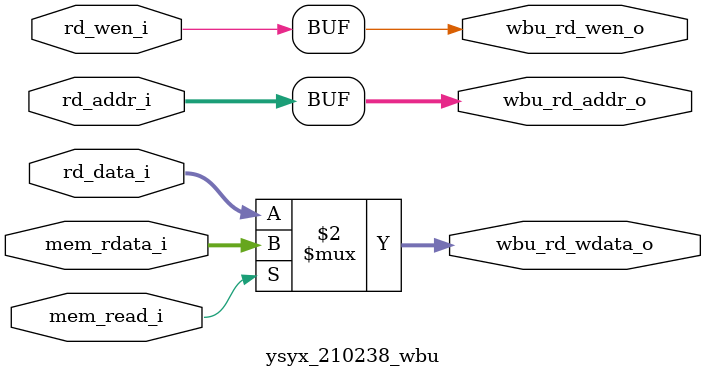
<source format=v>


/* verilator lint_off EOFNEWLINE */

`define INSTR_R      7'b0110011

// Imm
`define INSTR_I      7'b0010011

// S type
`define INSTR_S      7'b0100011

// B type
`define INSTR_B      7'b1100011

// Jump and Link
`define INSTR_JAL    7'b1101111
`define INSTR_JALR   7'b1100111

// Load
`define INSTR_L      7'b0000011

// Load upper immediate
`define INSTR_LUI    7'b0110111

// Add upper immediate to pc
`define INSTR_AUIPC  7'b0010111

// fence
`define INSTR_FENCE  7'b0001111

// System
`define INSTR_SYS    7'b1110011

// ALU word op
`define INSTR_WORD   7'b0111011
`define INSTR_WORDI  7'b0011011

// CSR addr
`define ADDR_MSTATUS  12'h300
`define ADDR_MIE      12'h304
`define ADDR_MTVEC    12'h305
`define ADDR_MEPC     12'h341
`define ADDR_MCAUSE   12'h342
`define ADDR_MTVAL    12'h343
`define ADDR_MIP      12'h344
`define ADDR_MCYCLE   12'hb00
`define ADDR_MHARTID  12'hf14
`define ADDR_MSCRATCH 12'h340
`define ADDR_MTIMECMP 64'h200_4000
`define ADDR_MTIME    64'h200_bff8

// AXI
`define RW_DATA_WIDTH   64
`define RW_ADDR_WIDTH   64
`define AXI_DATA_WIDTH  64
`define AXI_ADDR_WIDTH  64
`define AXI_ID_WIDTH    4
`define AXI_USER_WIDTH  1

// Burst types
`define AXI_BURST_TYPE_FIXED                                2'b00
`define AXI_BURST_TYPE_INCR                                 2'b01
`define AXI_BURST_TYPE_WRAP                                 2'b10

// Access permissions
`define AXI_PROT_UNPRIVILEGED_ACCESS                        3'b000
`define AXI_PROT_PRIVILEGED_ACCESS                          3'b001
`define AXI_PROT_SECURE_ACCESS                              3'b000
`define AXI_PROT_NON_SECURE_ACCESS                          3'b010
`define AXI_PROT_DATA_ACCESS                                3'b000
`define AXI_PROT_INSTRUCTION_ACCESS                         3'b100

// Memory types (AR)
`define AXI_ARCACHE_DEVICE_NON_BUFFERABLE                   4'b0000
`define AXI_ARCACHE_DEVICE_BUFFERABLE                       4'b0001
`define AXI_ARCACHE_NORMAL_NON_CACHEABLE_NON_BUFFERABLE     4'b0010
`define AXI_ARCACHE_NORMAL_NON_CACHEABLE_BUFFERABLE         4'b0011
`define AXI_ARCACHE_WRITE_THROUGH_NO_ALLOCATE               4'b1010
`define AXI_ARCACHE_WRITE_THROUGH_READ_ALLOCATE             4'b1110
`define AXI_ARCACHE_WRITE_THROUGH_WRITE_ALLOCATE            4'b1010
`define AXI_ARCACHE_WRITE_THROUGH_READ_AND_WRITE_ALLOCATE   4'b1110
`define AXI_ARCACHE_WRITE_BACK_NO_ALLOCATE                  4'b1011
`define AXI_ARCACHE_WRITE_BACK_READ_ALLOCATE                4'b1111
`define AXI_ARCACHE_WRITE_BACK_WRITE_ALLOCATE               4'b1011
`define AXI_ARCACHE_WRITE_BACK_READ_AND_WRITE_ALLOCATE      4'b1111

// Memory types (AW)
`define AXI_AWCACHE_DEVICE_NON_BUFFERABLE                   4'b0000
`define AXI_AWCACHE_DEVICE_BUFFERABLE                       4'b0001
`define AXI_AWCACHE_NORMAL_NON_CACHEABLE_NON_BUFFERABLE     4'b0010
`define AXI_AWCACHE_NORMAL_NON_CACHEABLE_BUFFERABLE         4'b0011
`define AXI_AWCACHE_WRITE_THROUGH_NO_ALLOCATE               4'b0110
`define AXI_AWCACHE_WRITE_THROUGH_READ_ALLOCATE             4'b0110
`define AXI_AWCACHE_WRITE_THROUGH_WRITE_ALLOCATE            4'b1110
`define AXI_AWCACHE_WRITE_THROUGH_READ_AND_WRITE_ALLOCATE   4'b1110
`define AXI_AWCACHE_WRITE_BACK_NO_ALLOCATE                  4'b0111
`define AXI_AWCACHE_WRITE_BACK_READ_ALLOCATE                4'b0111
`define AXI_AWCACHE_WRITE_BACK_WRITE_ALLOCATE               4'b1111
`define AXI_AWCACHE_WRITE_BACK_READ_AND_WRITE_ALLOCATE      4'b1111

`define AXI_SIZE_BYTES_1                                    3'b000
`define AXI_SIZE_BYTES_2                                    3'b001
`define AXI_SIZE_BYTES_4                                    3'b010
`define AXI_SIZE_BYTES_8                                    3'b011
`define AXI_SIZE_BYTES_16                                   3'b100
`define AXI_SIZE_BYTES_32                                   3'b101
`define AXI_SIZE_BYTES_64                                   3'b110
`define AXI_SIZE_BYTES_128                                  3'b111


// PC
`define PC_START        64'h3000_0000

`timescale 1ns/1ns

// priv mode
`define RISCV_PRIV_MODE_U   0
`define RISCV_PRIV_MODE_S   1
`define RISCV_PRIV_MODE_M   3/

module ysyx_210238 (
    input         clock,
    input         reset,

    /* verilator lint_off UNUSED */
    input         io_interrupt,
    input         io_master_awready,
    output        io_master_awvalid,
    output [31:0] io_master_awaddr,
    output [3:0]  io_master_awid,
    output [7:0]  io_master_awlen,
    output [2:0]  io_master_awsize,
    output [1:0]  io_master_awburst,
    input         io_master_wready,
    output        io_master_wvalid,
    output [63:0] io_master_wdata,
    output [7:0]  io_master_wstrb,
    output        io_master_wlast,
    output        io_master_bready,
    input         io_master_bvalid,
    input  [1:0]  io_master_bresp,
    input  [3:0]  io_master_bid,
    input         io_master_arready,
    output        io_master_arvalid,
    output [31:0] io_master_araddr,
    output [3:0]  io_master_arid,
    output [7:0]  io_master_arlen,
    output [2:0]  io_master_arsize,
    output [1:0]  io_master_arburst,
    output        io_master_rready,
    input         io_master_rvalid,
    input  [1:0]  io_master_rresp,
    input  [63:0] io_master_rdata,
    input         io_master_rlast,
    input  [3:0]  io_master_rid,
    
    output        io_slave_awready,
    input         io_slave_awvalid,
    input  [31:0] io_slave_awaddr,
    input  [3:0]  io_slave_awid,
    input  [7:0]  io_slave_awlen,
    input  [2:0]  io_slave_awsize,
    input  [1:0]  io_slave_awburst,
    output        io_slave_wready,
    input         io_slave_wvalid,
    input  [63:0] io_slave_wdata,
    input  [7:0]  io_slave_wstrb,
    input         io_slave_wlast,
    input         io_slave_bready,
    output        io_slave_bvalid,
    output [1:0]  io_slave_bresp,
    output [3:0]  io_slave_bid,
    output        io_slave_arready,
    input         io_slave_arvalid,
    input  [31:0] io_slave_araddr,
    input  [3:0]  io_slave_arid,
    input  [7:0]  io_slave_arlen,
    input  [2:0]  io_slave_arsize,
    input  [1:0]  io_slave_arburst,
    input         io_slave_rready,
    output        io_slave_rvalid,
    output [1:0]  io_slave_rresp,
    output [63:0] io_slave_rdata,
    output        io_slave_rlast,
    output [3:0]  io_slave_rid
);  

wire clk = clock;
wire rst_n = ~reset;

assign io_slave_awready = 1'b0;
assign io_slave_wready  = 1'b0;
assign io_slave_bvalid  = 1'b0;
assign io_slave_bresp   = 2'b00;
assign io_slave_bid     = 4'b0000;
assign io_slave_arready = 1'b0;
assign io_slave_rvalid  = 1'b0;
assign io_slave_rresp   = 2'b00;
assign io_slave_rdata   = 64'd0;
assign io_slave_rlast   = 1'b0;
assign io_slave_rid     = 4'b0000;

wire axi_aw_lock_o  ;
wire [3:0] axi_aw_cache_o ;
wire [2:0] axi_aw_prot_o  ;
wire [3:0] axi_aw_qos_o   ;
wire [3:0] axi_aw_region_o;
wire axi_aw_user_o  ;
wire axi_w_user_o   ;
wire [2:0] axi_ar_prot_o  ;
wire axi_ar_user_o  ;
wire axi_ar_lock_o  ; 
wire [3:0] axi_ar_cache_o ;
wire [3:0] axi_ar_qos_o   ; 
wire [3:0] axi_ar_region_o;

ysyx_210238_rvcpu_axi u_rvcpu_axi(
    .clk             ( clk             ),
    .rst_n           ( rst_n           ),
    .axi_aw_id_o     ( io_master_awid ),
    .axi_aw_addr_o   ( io_master_awaddr ),
    .axi_aw_len_o    ( io_master_awlen ),
    .axi_aw_size_o   ( io_master_awsize ),
    .axi_aw_burst_o  ( io_master_awburst ),
    .axi_aw_lock_o   ( axi_aw_lock_o   ),
    .axi_aw_cache_o  ( axi_aw_cache_o  ),
    .axi_aw_prot_o   ( axi_aw_prot_o   ),
    .axi_aw_qos_o    ( axi_aw_qos_o    ),
    .axi_aw_region_o ( axi_aw_region_o ),
    .axi_aw_user_o   ( axi_aw_user_o   ),
    .axi_aw_valid_o  ( io_master_awvalid ),
    .axi_aw_ready_i  ( io_master_awready ),
    .axi_w_ready_i   ( io_master_wready ),
    .axi_w_valid_o   ( io_master_wvalid ),
    .axi_w_data_o    ( io_master_wdata ),
    .axi_w_strb_o    ( io_master_wstrb ),
    .axi_w_last_o    ( io_master_wlast ),
    .axi_w_user_o    ( axi_w_user_o ),
    .axi_b_ready_o   ( io_master_bready ),
    .axi_b_valid_i   ( io_master_bvalid ),
    .axi_b_resp_i    ( io_master_bresp ),
    .axi_b_id_i      ( io_master_bid ),
    .axi_b_user_i    ( 1'b0 ),
    .axi_ar_ready_i  ( io_master_arready ),
    .axi_ar_valid_o  ( io_master_arvalid ),
    .axi_ar_addr_o   ( io_master_araddr ),
    .axi_ar_prot_o   ( axi_ar_prot_o ),
    .axi_ar_id_o     ( io_master_arid ),
    .axi_ar_user_o   ( axi_ar_user_o ),
    .axi_ar_len_o    ( io_master_arlen ),
    .axi_ar_size_o   ( io_master_arsize ),
    .axi_ar_burst_o  ( io_master_arburst ),
    .axi_ar_lock_o   ( axi_ar_lock_o   ),
    .axi_ar_cache_o  ( axi_ar_cache_o  ),
    .axi_ar_qos_o    ( axi_ar_qos_o    ),
    .axi_ar_region_o ( axi_ar_region_o ),
    .axi_r_ready_o   ( io_master_rready ),
    .axi_r_valid_i   ( io_master_rvalid ),
    .axi_r_resp_i    ( io_master_rresp ),
    .axi_r_data_i    ( io_master_rdata ),
    .axi_r_last_i    ( io_master_rlast ),
    .axi_r_id_i      ( io_master_rid ),
    .axi_r_user_i    ( 1'b0 )
);


endmodule




module ysyx_210238_axi_master_if # (
    parameter RW_DATA_WIDTH     = 64,
    parameter RW_ADDR_WIDTH     = 64,
    parameter AXI_DATA_WIDTH    = 64,
    parameter AXI_ADDR_WIDTH    = 64,
    parameter AXI_ID_WIDTH      = 4,
    parameter AXI_USER_WIDTH    = 1
)(
    input                               clk,
    input                               rst_n,

    // user port
    input                               rw_id_i,
    input                               rw_cen_i,
    input                               rw_wen_i,
    input  [RW_ADDR_WIDTH-1:0]          rw_addr_i,
    input  [2:0]                        rw_size_i,
    input  [RW_DATA_WIDTH-1:0]          rw_wdata_i,
    input  [7:0]                        rw_wmask_i,
    output                              rw_ready_o,
    output [RW_DATA_WIDTH-1:0]          rw_rdata_o,
    output [1:0]                        rw_resp_o,

    //------------AXI port-------------------------
    // write address channel
    output [AXI_ID_WIDTH-1:0]           axi_aw_id_o,
    output [AXI_ADDR_WIDTH-1:0]         axi_aw_addr_o,
    output [7:0]                        axi_aw_len_o,
    output [2:0]                        axi_aw_size_o,
    output [1:0]                        axi_aw_burst_o,
    output                              axi_aw_lock_o,
    output [3:0]                        axi_aw_cache_o,
    output [2:0]                        axi_aw_prot_o,
    output [3:0]                        axi_aw_qos_o,
    output [3:0]                        axi_aw_region_o,
    output [AXI_USER_WIDTH-1:0]         axi_aw_user_o,
    output                              axi_aw_valid_o,
    input                               axi_aw_ready_i,

    // write data channel
    input                               axi_w_ready_i,
    output                              axi_w_valid_o,
    output [AXI_DATA_WIDTH-1:0]         axi_w_data_o,
    output [AXI_DATA_WIDTH/8-1:0]       axi_w_strb_o,
    output                              axi_w_last_o,
    output [AXI_USER_WIDTH-1:0]         axi_w_user_o,

    // write response channel
    output                              axi_b_ready_o,
    input                               axi_b_valid_i,
    input  [1:0]                        axi_b_resp_i,
    input  [AXI_ID_WIDTH-1:0]           axi_b_id_i,
    input  [AXI_USER_WIDTH-1:0]         axi_b_user_i,

    // read address channel
    input                               axi_ar_ready_i,
    output                              axi_ar_valid_o,
    output [AXI_ADDR_WIDTH-1:0]         axi_ar_addr_o,
    output [2:0]                        axi_ar_prot_o,
    output [AXI_ID_WIDTH-1:0]           axi_ar_id_o,
    output [AXI_USER_WIDTH-1:0]         axi_ar_user_o,
    output [7:0]                        axi_ar_len_o,
    output [2:0]                        axi_ar_size_o,
    output [1:0]                        axi_ar_burst_o,
    output                              axi_ar_lock_o,
    output [3:0]                        axi_ar_cache_o,
    output [3:0]                        axi_ar_qos_o,
    output [3:0]                        axi_ar_region_o,

    // read data channel
    output                              axi_r_ready_o,
    input                               axi_r_valid_i,
    input  [1:0]                        axi_r_resp_i,
    input  [AXI_DATA_WIDTH-1:0]         axi_r_data_i,
    input                               axi_r_last_i,
    input  [AXI_ID_WIDTH-1:0]           axi_r_id_i,
    input  [AXI_USER_WIDTH-1:0]         axi_r_user_i
);

assign axi_ar_region_o = 4'd0;

wire w_trans    = rw_wen_i;
wire r_trans    = ~rw_wen_i;
wire w_valid    = rw_cen_i & w_trans;
wire r_valid    = rw_cen_i & r_trans;

// handshake
wire aw_hs      = axi_aw_ready_i & axi_aw_valid_o;
wire w_hs       = axi_w_ready_i  & axi_w_valid_o;
wire b_hs       = axi_b_ready_o  & axi_b_valid_i;
wire ar_hs      = axi_ar_ready_i & axi_ar_valid_o;
wire r_hs       = axi_r_ready_o  & axi_r_valid_i;

wire w_done     = w_hs & axi_w_last_o;
wire r_done     = r_hs & axi_r_last_i;
wire trans_done = w_trans ? b_hs : r_done;


// ------------------State Machine------------------
localparam [2:0] W_STATE_IDLE  = 3'b000;
localparam [2:0] W_STATE_ADDR  = 3'b001;
localparam [2:0] W_STATE_WRITE = 3'b010;
localparam [2:0] W_STATE_RESP  = 3'b011;
localparam [2:0] W_STATE_DONE  = 3'b100;

localparam [1:0] R_STATE_IDLE  = 2'b00;
localparam [1:0] R_STATE_ADDR  = 2'b01;
localparam [1:0] R_STATE_READ  = 2'b10;
localparam [1:0] R_STATE_DONE  = 2'b11;

reg [2:0] w_state;
reg [1:0] r_state;

wire w_state_idle  = w_state == W_STATE_IDLE;
wire w_state_addr  = w_state == W_STATE_ADDR;
wire w_state_write = w_state == W_STATE_WRITE;
wire w_state_resp  = w_state == W_STATE_RESP;
wire w_state_done  = w_state == W_STATE_DONE;

wire r_state_idle  = r_state == R_STATE_IDLE;
wire r_state_addr  = r_state == R_STATE_ADDR;
wire r_state_read  = r_state == R_STATE_READ;
wire r_state_done  = r_state == R_STATE_DONE;

// ------------ Wirte State Machine --------------
always @(posedge clk) begin
    if (~rst_n) begin
        w_state <= W_STATE_IDLE;
    end
    else begin
        if (w_valid) begin
            case (w_state)
                W_STATE_IDLE:               w_state <= W_STATE_ADDR;
                W_STATE_ADDR:  if (aw_hs)   w_state <= W_STATE_WRITE;
                W_STATE_WRITE: if (w_done)  w_state <= W_STATE_RESP;
                W_STATE_RESP:  if (b_hs)    w_state <= W_STATE_DONE;
                W_STATE_DONE:               w_state <= W_STATE_IDLE;
                default     :               w_state <= w_state;
            endcase
        end
    end
end

// ----------------- Read State Machine ----------------
always @(posedge clk) begin
    if (~rst_n) begin
        r_state <= R_STATE_IDLE;
    end
    else begin
        if (r_valid) begin
            case (r_state)
                R_STATE_IDLE:               r_state <= R_STATE_ADDR;
                R_STATE_ADDR: if (ar_hs)    r_state <= R_STATE_READ;
                R_STATE_READ: if (r_done)   r_state <= R_STATE_DONE;
                R_STATE_DONE:               r_state <= R_STATE_IDLE;
                default     :               r_state <= r_state;
            endcase
        end
    end
end




// ------------------Write Transaction------------------
// Write address channel signals
wire [AXI_ID_WIDTH-1:0]   axi_id   = {AXI_ID_WIDTH{1'b0}};
wire [AXI_USER_WIDTH-1:0] axi_user = {AXI_USER_WIDTH{1'b0}};
assign axi_aw_id_o      = axi_id;
assign axi_aw_addr_o    = rw_addr_i;
assign axi_aw_len_o     = 8'd0;
// assign axi_aw_size_o    = rw_size_i;
assign axi_aw_size_o    = (axi_aw_addr_o <  32'h01ff_ffff) ? 3'b010 : // reserve
                          (axi_aw_addr_o >= 32'h1000_0000 && axi_aw_addr_o <= 32'h1000_0fff) ? 3'b000 : // UART
                          (axi_aw_addr_o >= 32'h1000_1000 && axi_aw_addr_o <= 32'h1000_1fff) ? 3'b010 : // SPI
                          (axi_aw_addr_o >= 32'h3000_0000 && axi_aw_addr_o <= 32'h3fff_ffff) ? 3'b010 : rw_size_i;
assign axi_aw_burst_o   = `AXI_BURST_TYPE_FIXED;
assign axi_aw_lock_o    = 1'b0;
assign axi_aw_cache_o   = `AXI_ARCACHE_NORMAL_NON_CACHEABLE_NON_BUFFERABLE;
assign axi_aw_prot_o    = `AXI_PROT_UNPRIVILEGED_ACCESS;
assign axi_aw_qos_o     = 4'h0;
assign axi_aw_region_o  = 4'h0;
assign axi_aw_user_o    = axi_user;
assign axi_aw_valid_o   = w_state_addr;

// Write data channel signals
assign axi_w_valid_o    = w_state_write;
assign axi_w_data_o     = rw_wdata_i;
assign axi_w_strb_o     = rw_wmask_i;
assign axi_w_last_o     = w_state_write;
assign axi_w_user_o     = axi_user;

// Write resp channel signals
assign axi_b_ready_o    = w_state_resp;


// ------------------Read Transaction------------------
// Read address channel signals
assign axi_ar_valid_o   = r_state_addr;
assign axi_ar_addr_o    = rw_addr_i;
assign axi_ar_prot_o    = `AXI_PROT_UNPRIVILEGED_ACCESS;
assign axi_ar_id_o      = axi_id;
assign axi_ar_user_o    = axi_user;
assign axi_ar_len_o     = 8'd0;
assign axi_ar_size_o    = (axi_aw_addr_o >= 32'h1000_0000 && axi_aw_addr_o <= 32'h1000_0fff) ? 3'b000 : // UART
                          (axi_aw_addr_o >= 32'h1000_1000 && axi_aw_addr_o <= 32'h1000_1fff) ? 3'b010 : // SPI
                          (axi_aw_addr_o >= 32'h3000_0000 && axi_aw_addr_o <= 32'h3fff_ffff) ? 3'b010 : rw_size_i;
assign axi_ar_burst_o   = `AXI_BURST_TYPE_FIXED;
assign axi_ar_lock_o    = 1'b0;
assign axi_ar_cache_o   = `AXI_ARCACHE_NORMAL_NON_CACHEABLE_NON_BUFFERABLE;
assign axi_ar_qos_o     = 4'h0;

// Read data channel signals
assign axi_r_ready_o    = r_state_read;


// ------------------User Ports------------------
assign rw_rdata_o = axi_r_data_i;

// reg  rw_ready;
// always @(posedge clk) begin
//     if (~rst_n) begin
//         rw_ready <= 0;
//     end
//     else if (trans_done) begin
//         rw_ready <= 1;
//     end
//     else begin
//         rw_ready <= 0;
//     end
// end
assign rw_ready_o = trans_done;

// reg [1:0] rw_resp;
// wire      rw_resp_next = w_trans ? axi_b_resp_i : axi_r_resp_i;
// always @(posedge clk) begin
//     if (~rst_n) begin
//         rw_resp <= 0;
//     end
//     else if (trans_done) begin
//         rw_resp <= rw_resp_next;
//     end
//     else begin
//         rw_resp <= 0;
//     end
// end
assign rw_resp_o = 2'b00;


endmodule

 

module ysyx_210238_clint (
    input             clk,
    input             rst_n,

    // timer port
    input             timer_int_i,

    // idu port
    input      [63:0] pc_i,
    input             jump_i,
    input      [63:0] jump_pc_i,
    input      [2:0]  expt_info_i,
    output reg [63:0] clint_int_addr_o,
    output reg        clint_int_valid_o,
    output            clint_hold_o,

    // csr port
    input             global_int_en_i,
    input             mtime_int_en_i,
    input             mtime_int_pend_i,

    input      [63:0] csr_mtvec_i,
    input      [63:0] csr_mepc_i,
    input      [63:0] csr_mstatus_i,

    output reg        clint_mepc_wen_o,
    output reg [63:0] clint_mepc_wdata_o,

    output reg        clint_mcause_wen_o,
    output reg [63:0] clint_mcause_wdata_o,

    output reg        clint_mstatus_wen_o,
    output reg [63:0] clint_mstatus_wdata_o

);

//-------Exception or Interrupt Sate-----
localparam INT_IDLE = 0;
localparam INT_EXPT = 1;
localparam INT_TIME = 2;
localparam INT_MRET = 3;

//-------Write CSR state-----------
localparam CSR_IDLE    = 0;
localparam CSR_MEPC_MCAUSE_MSTATUS = 1;
localparam CSR_MRET    = 2;

reg  [1:0]  int_state;
reg  [2:0]  csr_state;
reg  [63:0] mepc_wdata;
reg  [63:0] mcause_wdata;

wire op_ecall   = expt_info_i[2];
wire op_ebreak  = expt_info_i[1];
wire op_mret    = expt_info_i[0];



//------Exception or Interrupt Sate transition----
always @(*) begin
    if(op_ecall || op_ebreak) begin
        int_state = INT_EXPT; // envirionment call or break
    end
    else if (global_int_en_i &&
                ((timer_int_i && mtime_int_en_i) ||
                 (timer_int_i && mtime_int_pend_i)) ) begin

        int_state = INT_TIME; // timer interrupt
    end
    else if (op_mret) begin
        int_state = INT_MRET; // machine return
    end
    else begin
        int_state = INT_IDLE;
    end
end

//-------Write CSR state transition---------
always @(posedge clk) begin
    if(~rst_n) begin
        csr_state <= CSR_IDLE;
    end
    else begin
        case (csr_state)
            CSR_IDLE : begin
                if (int_state == INT_EXPT)
                    csr_state <= CSR_MEPC_MCAUSE_MSTATUS;

                else if (int_state == INT_TIME)
                    csr_state <= CSR_MEPC_MCAUSE_MSTATUS;

                else if (int_state == INT_MRET)
                    csr_state <= CSR_MRET;
            end

            CSR_MEPC_MCAUSE_MSTATUS :
                    csr_state <= CSR_IDLE;

            CSR_MRET :
                    csr_state <= CSR_IDLE;

            default :
                    csr_state <= CSR_IDLE;
        endcase
    end
end

//--------mepc mcause wdata------
always @(posedge clk) begin
    if(~rst_n) begin
        mepc_wdata <= 0;
    end
    else if (csr_state == CSR_IDLE) begin

        if (jump_i & (int_state == INT_TIME))
            mepc_wdata <= jump_pc_i;
        else
            mepc_wdata <= pc_i;
    end
end

always @(posedge clk) begin
    if(~rst_n) begin
        mcause_wdata <= 0;
    end
    else if (csr_state == CSR_IDLE) begin

        if (int_state == INT_EXPT) begin

            if (op_ecall)
                mcause_wdata <= 64'd11;

            else if (op_ebreak)
                mcause_wdata <= 64'd3;

            else
                mcause_wdata <= 64'd10;
        end
        else if (int_state == INT_TIME) begin

            mcause_wdata <= 64'h8000_0000_0000_0007;

        end

    end
end

always @(posedge clk) begin
    if(~rst_n) begin
        clint_mepc_wen_o      <= 1'b0;
        clint_mcause_wen_o    <= 1'b0;
        clint_mstatus_wen_o   <= 1'b0;

        clint_mepc_wdata_o    <= 64'b0;
        clint_mcause_wdata_o  <= 64'b0;
        clint_mstatus_wdata_o <= 64'b0;
    end
    else begin
        case (csr_state)
            CSR_MEPC_MCAUSE_MSTATUS : begin
                clint_mepc_wen_o      <= 1'b1;
                clint_mcause_wen_o    <= 1'b1;
                clint_mstatus_wen_o   <= 1'b1;

                clint_mepc_wdata_o    <= mepc_wdata;
                clint_mcause_wdata_o  <= mcause_wdata;
                clint_mstatus_wdata_o <= {csr_mstatus_i[63:8],
                                          csr_mstatus_i[3], 3'b0, // MPIE[7]=MIE[3]
                                          1'b0, csr_mstatus_i[2:0]// MIE[3]=0 close global int
                                          };
            end

            CSR_MRET : begin
                clint_mstatus_wen_o   <= 1'b1;
                clint_mstatus_wdata_o <= {
                                          csr_mstatus_i[63:8],
                                          4'b1000,          // MPIE[7]=1
                                        //   4'b0000,          // MPIE[7]=0
                                          csr_mstatus_i[7], 3'b0// MIE[3]=MPIE[7]
                                          };
            end

            default : begin
                clint_mepc_wen_o      <= 1'b0;
                clint_mcause_wen_o    <= 1'b0;
                clint_mstatus_wen_o   <= 1'b0;
            end
        endcase
    end
end

always @(posedge clk) begin
    if(~rst_n) begin
        clint_int_addr_o  <= 0;
        clint_int_valid_o <= 0;
    end
    else begin
        case (csr_state)
            CSR_MEPC_MCAUSE_MSTATUS : begin
                clint_int_addr_o  <= csr_mtvec_i;
                clint_int_valid_o <= 1'b1;
            end

            CSR_MRET : begin
                clint_int_addr_o  <= csr_mepc_i;
                clint_int_valid_o <= 1'b1;
            end
            default : begin
                clint_int_addr_o  <= 0;
                clint_int_valid_o <= 0;
            end
        endcase
    end
end

assign clint_hold_o =  (int_state != INT_IDLE)
               | (csr_state != CSR_IDLE);

endmodule

 

module ysyx_210238_csr_file (
    input             clk,
    input             rst_n,

    // cpu port
    input             cpu_csr_wen_i,
    input      [11:0] cpu_csr_raddr_i,
    input      [11:0] cpu_csr_waddr_i,
    input      [63:0] cpu_csr_wdata_i,
    output reg [63:0] csrfile_cpu_csr_rdata_o,

    // clint port
    input             clint_mepc_wen_i     ,
    input [63:0]      clint_mepc_wdata_i   ,
    input             clint_mcause_wen_i   ,
    input [63:0]      clint_mcause_wdata_i ,
    input             clint_mstatus_wen_i  ,
    input [63:0]      clint_mstatus_wdata_i,

    output     [63:0] csrfile_clint_csr_mtvec_o,
    output     [63:0] csrfile_clint_csr_mepc_o,
    output     [63:0] csrfile_clint_csr_mstatus_o,

    output            csrfile_global_int_en_o,
    output            csrfile_mtime_int_en_o,
    output            csrfile_mtime_int_pend_o,

    // timer port
    input             timer_int_i
);

//---------CSR--------
reg [63:0] mstatus;
reg [63:0] mie;
reg [63:0] mtvec;
reg [63:0] mepc;
reg [63:0] mcause;
reg [63:0] mtval;
reg [63:0] mip;
reg [63:0] mcycle;
reg [63:0] mhartid;
reg [63:0] mscratch;


//---------mcycle---------------------------
always @(posedge clk) begin
    if(~rst_n) begin
        mcycle <= 0;
    end
    else begin
        mcycle <= mcycle + 1'b1;
    end
end

//--------------mip------------------------
always @(posedge clk) begin
    if(~rst_n) begin
        mip <= 0;
    end
    else if (timer_int_i) begin
        mip[7] <= 1'b1;
    end
end

//----------Write CSR-----------------------
always @(posedge clk) begin
    if(~rst_n) begin

        // mstatus: MPP[12:11]=11, MPIE[7]=?, MIE[3]=?
        // mstatus <= {51'b0, 13'b11000_1000_1000};
        // mstatus <= {51'b0, 13'b11000_1000_0000};
        mstatus <= {51'b0, 13'b11000_0000_0000};
        
        // mie: MTIE[7]=1
        // mie     <= {56'b0, 8'b1000_0000};
        mie     <= 0;
        mtvec   <= 0;
        mepc    <= 0;
        mcause  <= 0;
        mtval   <= 0;
        mhartid <= 0;
        mscratch<= 0;
    end
    else if (cpu_csr_wen_i) begin
        case (cpu_csr_waddr_i)

            `ADDR_MSTATUS : mstatus <= cpu_csr_wdata_i;

            `ADDR_MIE     : mie     <= cpu_csr_wdata_i;

            `ADDR_MTVEC   : mtvec   <= cpu_csr_wdata_i;

            `ADDR_MEPC    : mepc    <= cpu_csr_wdata_i;

            `ADDR_MCAUSE  : mcause  <= cpu_csr_wdata_i;

            `ADDR_MTVAL   : mtval   <= cpu_csr_wdata_i;

            `ADDR_MHARTID : mhartid <= cpu_csr_wdata_i;

            `ADDR_MSCRATCH: mscratch<= cpu_csr_wdata_i;

            default : mstatus <= mstatus;
        endcase
    end
    else begin
        if (clint_mepc_wen_i) begin

            mepc <= clint_mepc_wdata_i;
        end
        if (clint_mcause_wen_i) begin

            mcause <= clint_mcause_wdata_i;
        end
        if (clint_mstatus_wen_i) begin

            mstatus <= clint_mstatus_wdata_i;
        end
    end
end

//----------Read CSR---------------------
always @(*) begin
    if (cpu_csr_wen_i & (cpu_csr_raddr_i == cpu_csr_waddr_i)) begin
        csrfile_cpu_csr_rdata_o = cpu_csr_wdata_i;
    end
    else begin
        case (cpu_csr_raddr_i)
            `ADDR_MSTATUS : csrfile_cpu_csr_rdata_o = mstatus;

            `ADDR_MIE     : csrfile_cpu_csr_rdata_o = mie;

            `ADDR_MTVEC   : csrfile_cpu_csr_rdata_o = mtvec;

            `ADDR_MEPC    : csrfile_cpu_csr_rdata_o = mepc;

            `ADDR_MCAUSE  : csrfile_cpu_csr_rdata_o = mcause;

            `ADDR_MTVAL   : csrfile_cpu_csr_rdata_o = mtval;

            `ADDR_MIP     : csrfile_cpu_csr_rdata_o = mip;

            `ADDR_MCYCLE  : csrfile_cpu_csr_rdata_o = mcycle;

            `ADDR_MHARTID : csrfile_cpu_csr_rdata_o = mhartid;

            default       : csrfile_cpu_csr_rdata_o = 0;
        endcase
    end
end

assign csrfile_clint_csr_mtvec_o   = mtvec;
assign csrfile_clint_csr_mepc_o    = mepc;
assign csrfile_clint_csr_mstatus_o = mstatus;

assign csrfile_global_int_en_o     = mstatus[3];
assign csrfile_mtime_int_en_o      = mie[7];
assign csrfile_mtime_int_pend_o    = mip[7];

endmodule

// Copyright 2021 LinYouxu, linyouxu1997@foxmail.com
// Last edit: 2021.07.18
// Execute unit
// As known as "EX"

 

module ysyx_210238_exu(
    // idu ports
    input   [63:0] imm_i,
    input   [63:0] rs1_rdata_i,
    input   [63:0] rs2_rdata_i,
    input   [63:0] csr_rdata_i,
    input   [63:0] pc_i,

    // ex control
    input   [12:0] alu_info_i,
    input   [5:0]  csr_info_i,
    input          op2_is_imm_i,
    input          op_is_jal_i,

    // wbu
    input          rd_wen_i,
    output         exu_rd_wen_o,
    input   [4:0]  rd_addr_i,
    output  [63:0] exu_rd_data_o,
    output  [4:0]  exu_rd_addr_o,

    // ls
    input   [10:0] ls_info_i,
    input          mem_read_i,
    input          mem_write_i,
    output  [63:0] exu_mem_addr_o,
    output  [63:0] exu_mem_wdata_o,
    output  [10:0] exu_ls_info_o,
    output         exu_mem_read_o,
    output         exu_mem_write_o,

    // forward control
    input          forward_ex_rs1_i,
    input          forward_ex_rs2_i,
    input          forward_ls_rs1_i,
    input          forward_ls_rs2_i,
    input   [63:0] ex_ls_rd_data_i,
    input   [63:0] wbu_rd_wdata_i,

    // csr
    input          csr_wen_i,
    input   [11:0] csr_waddr_i,
    output  [63:0] exu_csr_wdata_o,
    output         exu_csr_wen_o,
    output  [11:0] exu_csr_waddr_o


);


//---------------Variables declaration------------------------
wire op_alu_or    = alu_info_i[12];
wire op_alu_add   = alu_info_i[11] & ~alu_info_i[0];
wire op_alu_sub   = alu_info_i[10] & ~alu_info_i[0];
wire op_alu_slt   = alu_info_i[ 9];
wire op_alu_sltu  = alu_info_i[ 8];
wire op_alu_xor   = alu_info_i[ 7];
wire op_alu_sll   = alu_info_i[ 6] & ~alu_info_i[0];
wire op_alu_srl   = alu_info_i[ 5] & ~alu_info_i[0];
wire op_alu_sra   = alu_info_i[ 4] & ~alu_info_i[0];
wire op_alu_and   = alu_info_i[ 3];
wire op_alu_lui   = alu_info_i[ 2];
wire op_alu_auipc = alu_info_i[ 1];
wire op_alu_word  = alu_info_i[ 0];
wire op_alu_addw  = alu_info_i[11] & alu_info_i[0];
wire op_alu_subw  = alu_info_i[10] & alu_info_i[0];
wire op_alu_sllw  = alu_info_i[ 6] & alu_info_i[0];
wire op_alu_srlw  = alu_info_i[ 5] & alu_info_i[0];
wire op_alu_sraw  = alu_info_i[ 4] & alu_info_i[0];

wire op_csr_csrrw = csr_info_i[5];
wire op_csr_csrrs = csr_info_i[4];
wire op_csr_csrrc = csr_info_i[3];
wire op_csr_csrrwi= csr_info_i[2];
wire op_csr_csrrsi= csr_info_i[1];
wire op_csr_csrrci= csr_info_i[0];
wire op_csr       = op_csr_csrrw
                  | op_csr_csrrs
                  | op_csr_csrrc
                  | op_csr_csrrwi
                  | op_csr_csrrsi
                  | op_csr_csrrci
                  ;


wire signed [63:0] add_rd_data;
wire signed [63:0] sub_rd_data;
wire        [63:0] slt_rd_data;
wire        [63:0] sltu_rd_data;
wire        [63:0] xor_rd_data;
wire        [63:0] sll_rd_data;
wire        [63:0] srl_rd_data;
wire signed [63:0] sra_rd_data;
wire        [63:0] and_rd_data;
wire        [63:0] or_rd_data;
wire        [63:0] lui_rd_data;
wire signed [63:0] auipc_rd_data;
wire        [63:0] addw_rd_data;
wire        [63:0] subw_rd_data;
wire        [63:0] sllw_rd_data;
wire        [63:0] srlw_rd_data;
wire        [63:0] sraw_rd_data;
wire        [63:0] jal_rd_data;

wire        [31:0] sllw_temp;
wire        [31:0] srlw_temp;
wire signed [31:0] sraw_temp;

wire        [63:0] csrrw_wdata;
wire        [63:0] csrrs_wdata;
wire        [63:0] csrrc_wdata;
wire        [63:0] csrrwi_wdata;
wire        [63:0] csrrsi_wdata;
wire        [63:0] csrrci_wdata;

reg         [63:0] op1;
reg         [63:0] op2;

wire signed [63:0] op1_signed;
wire signed [63:0] op2_signed;

wire        [31:0] op1_word;
wire signed [31:0] op1_word_signed;

wire signed [63:0] pc_signed;

wire op1_lt_op2_signed;
wire op1_lt_op2_unsigned;

wire [5:0] shift_bits;

//-----------------OP-------------------------
always @(*) begin
    case ({forward_ex_rs1_i, forward_ls_rs1_i})
        2'b10   : op1 = ex_ls_rd_data_i;
        2'b01   : op1 = wbu_rd_wdata_i;
        default : op1 = rs1_rdata_i;
    endcase
end

always @(*) begin
    casez ({forward_ex_rs2_i, forward_ls_rs2_i, op2_is_imm_i})
        3'b100  : op2 = ex_ls_rd_data_i;
        3'b010  : op2 = wbu_rd_wdata_i;
        3'b??1  : op2 = imm_i;
        default : op2 = rs2_rdata_i;
    endcase
end

assign op1_signed = $signed(op1);
assign op2_signed = $signed(op2);

assign op1_word        = op1[31:0];
assign op1_word_signed = $signed(op1_word);

assign pc_signed  = $signed(pc_i);
assign shift_bits = op2[5:0];


//----------------ALU---------------------

// add addi
assign add_rd_data   = op1_signed + op2_signed;

// sub subw
assign sub_rd_data   = op1_signed - op2_signed;

// slt slti
assign op1_lt_op2_signed = op1_signed < op2_signed;
assign slt_rd_data       = {{63{1'b0}}, op1_lt_op2_signed};

// sltu sltiu
assign op1_lt_op2_unsigned = op1 < op2;
assign sltu_rd_data        = {{63{1'b0}}, op1_lt_op2_unsigned};

// xor xori
assign xor_rd_data = op1 ^ op2;

// sll slli
assign sll_rd_data = op1 << shift_bits;

// srl srli
assign srl_rd_data = op1 >> shift_bits;

// sra srai
assign sra_rd_data = op1_signed >>> shift_bits;

// and andi
assign and_rd_data = op1 & op2;

// or ori
assign or_rd_data  = op1 | op2;

// lui
assign lui_rd_data = op2;

// auipc
assign auipc_rd_data = pc_signed + op2_signed;

// addw addiw
assign addw_rd_data = {{32{add_rd_data[31]}}, add_rd_data[31:0]};

// subw
assign subw_rd_data = {{32{sub_rd_data[31]}}, sub_rd_data[31:0]};

// sllw slliw
assign sllw_temp    = op1_word << shift_bits[4:0];
assign sllw_rd_data = {{32{sllw_temp[31]}}, sllw_temp};

// srlw srliw
assign srlw_temp    = op1_word >> shift_bits[4:0];
assign srlw_rd_data = {{32{srlw_temp[31]}}, srlw_temp};

// sraw sraiw
assign sraw_temp    = op1_word_signed >>> shift_bits[4:0];
assign sraw_rd_data = {{32{sraw_temp[31]}}, sraw_temp};

// jal
assign jal_rd_data  = pc_i + 4;


//------------------CSR wdata--------------
assign csrrw_wdata  =  rs1_rdata_i;

assign csrrs_wdata  =  rs1_rdata_i | csr_rdata_i;

assign csrrc_wdata  = ~rs1_rdata_i & csr_rdata_i;

assign csrrwi_wdata =  imm_i;

assign csrrsi_wdata =  imm_i | csr_rdata_i;

assign csrrci_wdata = ~imm_i & csr_rdata_i;




//----------output---------------------
assign exu_rd_wen_o  = rd_wen_i;

assign exu_rd_addr_o = rd_addr_i;

assign exu_rd_data_o = ({64{op_alu_add}}   & add_rd_data)
                |  ({64{op_alu_sub}}   & sub_rd_data)
                |  ({64{op_alu_slt}}   & slt_rd_data)
                |  ({64{op_alu_sltu}}  & sltu_rd_data)
                |  ({64{op_alu_xor}}   & xor_rd_data)
                |  ({64{op_alu_sll}}   & sll_rd_data)
                |  ({64{op_alu_srl}}   & srl_rd_data)
                |  ({64{op_alu_sra}}   & sra_rd_data)
                |  ({64{op_alu_and}}   & and_rd_data)
                |  ({64{op_alu_or}}    & or_rd_data)
                |  ({64{op_alu_lui}}   & lui_rd_data)
                |  ({64{op_alu_auipc}} & auipc_rd_data)
                |  ({64{op_alu_addw}}  & addw_rd_data)
                |  ({64{op_alu_subw}}  & subw_rd_data)
                |  ({64{op_alu_sllw}}  & sllw_rd_data)
                |  ({64{op_alu_srlw}}  & srlw_rd_data)
                |  ({64{op_alu_sraw}}  & sraw_rd_data)
                |  ({64{op_is_jal_i}}  & jal_rd_data)
                |  ({64{op_csr}}       & csr_rdata_i)
                ;


assign exu_mem_addr_o  = add_rd_data;
assign exu_mem_wdata_o = forward_ls_rs2_i ? wbu_rd_wdata_i :
                         forward_ex_rs2_i ? ex_ls_rd_data_i : rs2_rdata_i;

assign exu_ls_info_o   = ls_info_i;
assign exu_mem_read_o  = mem_read_i;
assign exu_mem_write_o = mem_write_i;

assign exu_csr_waddr_o = csr_waddr_i;
assign exu_csr_wen_o   = csr_wen_i;

assign exu_csr_wdata_o = ({64{op_csr_csrrw }} & csrrw_wdata)
                  |  ({64{op_csr_csrrs }} & csrrs_wdata)
                  |  ({64{op_csr_csrrc }} & csrrc_wdata)
                  |  ({64{op_csr_csrrwi}} & csrrwi_wdata)
                  |  ({64{op_csr_csrrsi}} & csrrsi_wdata)
                  |  ({64{op_csr_csrrci}} & csrrci_wdata)
                  ;

endmodule

// Copyright 2021 LinYouxu, linyouxu1997@foxmail.com
// Last edit: 2021.07.26
// Hazard detect unit

 

module ysyx_210238_hdu (
    // data hazard
    input  [4:0] i_id_ex_rs1,
    input  [4:0] i_id_ex_rs2,
    input        i_id_ex_rs1_cen,
    input        i_id_ex_rs2_cen,

    input  [4:0] i_if_id_rs1,
    input  [4:0] i_if_id_rs2,
    input        i_if_id_rs1_cen,
    input        i_if_id_rs2_cen,

    input  [4:0] i_id_ex_rd,
    input  [4:0] i_ex_ls_rd,
    input  [4:0] i_ls_wb_rd,
    input        i_ex_ls_rd_wen,
    input        i_ls_wb_rd_wen,
    input        i_id_ex_mem_read,
    input        i_ls_wb_mem_read,

    output       o_forward_ex_rs1,
    output       o_forward_ex_rs2,
    output       o_forward_ls_rs1,
    output       o_forward_ls_rs2,
    output       o_load_use,

    // control hazard
    input        i_op_is_branch,
    input        i_id_ex_rd_wen,
    input        i_ex_ls_mem_read,

    output       o_ctrl_forward_ex_rs1,
    output       o_ctrl_forward_ex_rs2,
    output       o_ctrl_forward_ls_rs1,
    output       o_ctrl_forward_ls_rs2,
    output       o_ctrl_load_use

);

//--------------data hazard detect-------------------
assign o_forward_ex_rs1 = i_ex_ls_rd_wen
                        & (i_ex_ls_rd != 5'b0)
                        & (i_ex_ls_rd == i_id_ex_rs1)
                        //& i_id_ex_rs1_cen
                        ;

assign o_forward_ex_rs2 = i_ex_ls_rd_wen
                        & (i_ex_ls_rd != 5'b0)
                        & (i_ex_ls_rd == i_id_ex_rs2)
                        //& i_id_ex_rs2_cen
                        ;

assign o_forward_ls_rs1 = i_ls_wb_rd_wen
                        & (i_ls_wb_rd != 5'b0)
                        & (i_ls_wb_rd == i_id_ex_rs1)
                        & ((i_ex_ls_rd != i_id_ex_rs1) | i_ls_wb_mem_read)
                        //& i_id_ex_rs1_cen
                        ;

assign o_forward_ls_rs2 = i_ls_wb_rd_wen
                        & (i_ls_wb_rd != 5'b0)
                        & (i_ls_wb_rd == i_id_ex_rs2)
                        & ((i_ex_ls_rd != i_id_ex_rs2) | i_ls_wb_mem_read)
                        //& i_id_ex_rs2_cen
                        ;

assign o_load_use = i_id_ex_mem_read
                  & ( (i_if_id_rs1_cen & (i_if_id_rs1 == i_id_ex_rd))
                    | (i_if_id_rs2_cen & (i_if_id_rs2 == i_id_ex_rd)) )
                  ;


//--------------control hazard detect-------------------
assign o_ctrl_forward_ex_rs1 = i_op_is_branch
                            &  i_id_ex_rd_wen
                            & (i_id_ex_rd != 5'b0)
                            & (i_id_ex_rd == i_if_id_rs1)
                            ;

assign o_ctrl_forward_ex_rs2 = i_op_is_branch
                            &  i_id_ex_rd_wen
                            & (i_id_ex_rd != 5'b0)
                            & (i_id_ex_rd == i_if_id_rs2)
                            ;

assign o_ctrl_forward_ls_rs1 = i_op_is_branch
                            &  i_ex_ls_rd_wen
                            & (i_ex_ls_rd != 5'b0)
                            & (i_ex_ls_rd == i_if_id_rs1)
                            & ((i_id_ex_rd != i_if_id_rs1) | i_ex_ls_mem_read)
                            ;

assign o_ctrl_forward_ls_rs2 = i_op_is_branch
                            &  i_ex_ls_rd_wen
                            & (i_ex_ls_rd != 5'b0)
                            & (i_ex_ls_rd == i_if_id_rs2)
                            & ((i_id_ex_rd != i_if_id_rs2) | i_ex_ls_mem_read)
                            ;

assign o_ctrl_load_use = i_op_is_branch
                      &  i_id_ex_mem_read
                      &  ( (i_if_id_rs1 == i_id_ex_rd)
                         | (i_if_id_rs2 == i_id_ex_rd) )
                      ;

endmodule

// Copyright 2021 LinYouxu, linyouxu1997@foxmail.com
// Last edit: 2021.08.31
// Instruction Decode Unit module
// Pure combinational logic
// branch and jump at id

 

module ysyx_210238_idu(
    // ifu ports
    input [63:0]  pc_i,
    input [31:0]  instr_i,
    output        idu_jump_o,
    output[63:0]  idu_jump_pc_o,


    // reg_file ports
    input  [63:0] rs1_rdata_i,
    input  [63:0] rs2_rdata_i,
    output [4:0]  idu_rs1_addr_o,
    output [4:0]  idu_rs2_addr_o,
    output        idu_rs1_cen_o,
    output        idu_rs2_cen_o,

    // exu ports
    output [63:0] idu_imm_o,
    output [63:0] idu_rs1_rdata_o,
    output [63:0] idu_rs2_rdata_o,
    output [63:0] idu_pc_o,
    output [12:0] idu_alu_info_o,
    output [8:0]  idu_csr_info_o,
    output        idu_op2_is_imm_o,
    output        idu_op_is_jal_o,

    // ls control
    output [10:0] idu_ls_info_o,
    output        idu_mem_read_o,
    output        idu_mem_write_o,

    // wb control
    output        idu_rd_wen_o,
    output [4:0]  idu_rd_addr_o,

    // ctrl hazard
    output        idu_op_is_branch_o,
    input         forward_ex_rs1_i,
    input         forward_ex_rs2_i,
    input         forward_ls_rs1_i,
    input         forward_ls_rs2_i,
    input         ex_ls_mem_read_i,
    input [63:0]  exu_rd_data_i,
    input [63:0]  lsu_rd_data_i,
    input [63:0]  lsu_mem_rdata_i,

    // csr ports
    input  [63:0] csr_rdata_i,
    output        idu_csr_wen_o,
    output [63:0] idu_csr_rdata_o,
    output [11:0] idu_csr_raddr_o,
    output [11:0] idu_csr_waddr_o

);

// test out char
always @(*) begin
    if (instr_i==32'h7b)
        $display("Output!\n");
end


//----------Pre decode--------------
wire [6:0]  opcode = instr_i[6:0];
wire [4:0]  rd     = instr_i[11:7];
wire [4:0]  rs1    = instr_i[19:15];
wire [4:0]  rs2    = instr_i[24:20];
wire [2:0]  func3  = instr_i[14:12];
wire [6:0]  func7  = instr_i[31:25];
wire [11:0] csr    = instr_i[31:20];


wire instr_op_is_imm   = (opcode == `INSTR_I);
wire instr_op_is_alu   = (opcode == `INSTR_R);
wire instr_op_is_load  = (opcode == `INSTR_L);
wire instr_op_is_store = (opcode == `INSTR_S);
wire instr_op_is_jal   = (opcode == `INSTR_JAL);
wire instr_op_is_jalr  = (opcode == `INSTR_JALR);
wire instr_op_is_branch= (opcode == `INSTR_B);
wire instr_op_is_lui   = (opcode == `INSTR_LUI);
wire instr_op_is_auipc = (opcode == `INSTR_AUIPC);
wire instr_op_is_fence = (opcode == `INSTR_FENCE);
wire instr_op_is_sys   = (opcode == `INSTR_SYS);
wire instr_op_is_word  = (opcode == `INSTR_WORD);
wire instr_op_is_wordi = (opcode == `INSTR_WORDI);


wire func3_is_000 = (func3 == 3'b000);
wire func3_is_001 = (func3 == 3'b001);
wire func3_is_010 = (func3 == 3'b010);
wire func3_is_011 = (func3 == 3'b011);
wire func3_is_100 = (func3 == 3'b100);
wire func3_is_101 = (func3 == 3'b101);
wire func3_is_110 = (func3 == 3'b110);
wire func3_is_111 = (func3 == 3'b111);


wire func7_is_0000000 = (func7 == 7'b0000000);
wire func7_is_0100000 = (func7 == 7'b0100000);
wire func7_is_0011000 = (func7 == 7'b0011000);



//--------------ALU and imm ALU imm Instruction------------------------
wire instr_add    = instr_op_is_alu & func3_is_000 & func7_is_0000000;
wire instr_and    = instr_op_is_alu & func3_is_111 & func7_is_0000000;
wire instr_or     = instr_op_is_alu & func3_is_110 & func7_is_0000000;
wire instr_sll    = instr_op_is_alu & func3_is_001 & func7_is_0000000;
wire instr_slt    = instr_op_is_alu & func3_is_010 & func7_is_0000000;
wire instr_sltu   = instr_op_is_alu & func3_is_011 & func7_is_0000000;
wire instr_sra    = instr_op_is_alu & func3_is_101 & func7_is_0100000;
wire instr_srl    = instr_op_is_alu & func3_is_101 & func7_is_0000000;
wire instr_sub    = instr_op_is_alu & func3_is_000 & func7_is_0100000;
wire instr_xor    = instr_op_is_alu & func3_is_100 & func7_is_0000000;
wire instr_subw   = instr_op_is_word & func3_is_000 & func7_is_0100000;
wire instr_srlw   = instr_op_is_word & func3_is_101 & func7_is_0000000;
wire instr_sraw   = instr_op_is_word & func3_is_101 & func7_is_0100000;
wire instr_addw   = instr_op_is_word & func3_is_000 & func7_is_0000000;
wire instr_sllw   = instr_op_is_word & func3_is_001 & func7_is_0000000;

wire instr_tmp_0  = (instr_i[31:26] == 6'b000000);
wire instr_tmp_1  = (instr_i[31:26] == 6'b010000);

wire instr_addi   = instr_op_is_imm & func3_is_000;
wire instr_andi   = instr_op_is_imm & func3_is_111;
wire instr_ori    = instr_op_is_imm & func3_is_110;
wire instr_slli   = instr_op_is_imm & func3_is_001 & instr_tmp_0;
wire instr_slti   = instr_op_is_imm & func3_is_010;
wire instr_sltiu  = instr_op_is_imm & func3_is_011;
wire instr_srai   = instr_op_is_imm & func3_is_101 & instr_tmp_1;
wire instr_srli   = instr_op_is_imm & func3_is_101 & instr_tmp_0;
wire instr_xori   = instr_op_is_imm & func3_is_100;
wire instr_srliw  = instr_op_is_wordi & func3_is_101 & instr_tmp_0;
wire instr_sraiw  = instr_op_is_wordi & func3_is_101 & instr_tmp_1;
wire instr_addiw  = instr_op_is_wordi & func3_is_000;
wire instr_slliw  = instr_op_is_wordi & func3_is_001 & instr_tmp_0;


//---------Load and store-----------------------
wire instr_lb     = instr_op_is_load & func3_is_000;
wire instr_lbu    = instr_op_is_load & func3_is_100;
wire instr_ld     = instr_op_is_load & func3_is_011;
wire instr_lh     = instr_op_is_load & func3_is_001;
wire instr_lhu    = instr_op_is_load & func3_is_101;
wire instr_lw     = instr_op_is_load & func3_is_010;
wire instr_lwu    = instr_op_is_load & func3_is_110;
wire instr_sb     = instr_op_is_store & func3_is_000;
wire instr_sd     = instr_op_is_store & func3_is_011;
wire instr_sh     = instr_op_is_store & func3_is_001;
wire instr_sw     = instr_op_is_store & func3_is_010;
wire instr_load   = instr_op_is_load;
wire instr_store  = instr_op_is_store;


//-------------Exception or CSR----------------------
wire instr_ebreak = instr_op_is_sys & func3_is_000 & func7_is_0000000 & (rs2 == 5'b1);
wire instr_ecall  = instr_op_is_sys & func3_is_000 & func7_is_0000000 & (rs2 == 5'b0);
wire instr_mret   = instr_op_is_sys & func3_is_000 & func7_is_0011000 & (rs2 == 5'b10);

wire instr_csrrw  = instr_op_is_sys & func3_is_001;
wire instr_csrrs  = instr_op_is_sys & func3_is_010;
wire instr_csrrc  = instr_op_is_sys & func3_is_011;
wire instr_csrrwi = instr_op_is_sys & func3_is_101;
wire instr_csrrsi = instr_op_is_sys & func3_is_110;
wire instr_csrrci = instr_op_is_sys & func3_is_111;

wire instr_csri    =  instr_csrrwi
                    | instr_csrrsi
                    | instr_csrrci
                    ;

//--------------Branch jal jalr----------------
wire instr_beq    = instr_op_is_branch & func3_is_000;
wire instr_bge    = instr_op_is_branch & func3_is_101;
wire instr_bgeu   = instr_op_is_branch & func3_is_111;
wire instr_blt    = instr_op_is_branch & func3_is_100;
wire instr_bltu   = instr_op_is_branch & func3_is_110;
wire instr_bne    = instr_op_is_branch & func3_is_001;
wire instr_jal    = instr_op_is_jal;
wire instr_jalr   = instr_op_is_jalr;


//-----------Instruction's type-----------------------
wire instr_type_i = instr_op_is_imm
                  | instr_op_is_jalr
                  | instr_op_is_load
                  | instr_op_is_wordi;     // I type

wire instr_type_s = instr_op_is_store;     // S type

wire instr_type_b = instr_op_is_branch;    // B type

wire instr_type_u = instr_op_is_lui
                  | instr_op_is_auipc;     // U type

wire instr_type_j = instr_op_is_jal;       // J type


//-------------operation is ALU ------------------------
wire op_alu_add   = instr_add | instr_addi | instr_addw | instr_addiw;
wire op_alu_sub   = instr_sub | instr_subw;
wire op_alu_slt   = instr_slt | instr_slti;
wire op_alu_sltu  = instr_sltu| instr_sltiu;
wire op_alu_xor   = instr_xor | instr_xori;
wire op_alu_sll   = instr_sll | instr_slli | instr_sllw | instr_slliw;
wire op_alu_srl   = instr_srl | instr_srli | instr_srlw | instr_srliw;
wire op_alu_sra   = instr_sra | instr_srai | instr_sraw | instr_sraiw;
wire op_alu_and   = instr_and | instr_andi;
wire op_alu_or    = instr_or  | instr_ori;

wire op_alu_lui   = instr_op_is_lui;

wire op_alu_auipc = instr_op_is_auipc;

wire op_alu_word  = instr_op_is_word | instr_op_is_wordi;

wire [12:0]op_alu_info = {
                    op_alu_or,
                    op_alu_add,
                    op_alu_sub,
                    op_alu_slt,
                    op_alu_sltu,
                    op_alu_xor,
                    op_alu_sll,
                    op_alu_srl,
                    op_alu_sra,
                    op_alu_and,
                    op_alu_lui,
                    op_alu_auipc,
                    op_alu_word
                    };


//-----------operation is load/store--------
wire [12:0] op_ls_info = {
                    instr_load,
                    instr_store,
                    instr_lb ,
                    instr_lbu,
                    instr_ld ,
                    instr_lh ,
                    instr_lhu,
                    instr_lw ,
                    instr_lwu,
                    instr_sb ,
                    instr_sd ,
                    instr_sh ,
                    instr_sw
                    };


//-------------operation is Exception or CSR----------
wire [8:0] op_csr_info = {
                         instr_ecall,
                         instr_ebreak,
                         instr_mret,
                         instr_csrrw,
                         instr_csrrs,
                         instr_csrrc,
                         instr_csrrwi,
                         instr_csrrsi,
                         instr_csrrci
                        };


//---------Immediate number---------------

wire op2_is_imm =     instr_type_i
                    | instr_type_s
                    | instr_type_u
                    | instr_type_j;

wire [63:0] i_imm = {{52{instr_i[31]}},
                         instr_i[31:20]};

wire [63:0] s_imm = {{52{instr_i[31]}},
                         instr_i[31:25],
                         instr_i[11:7]};

wire [63:0] b_imm = {{51{instr_i[31]}},
                         instr_i[31],
                         instr_i[7],
                         instr_i[30:25],
                         instr_i[11:8],
                         1'b0};

wire [63:0] u_imm = {{32{instr_i[31]}},
                         instr_i[31:12],
                         12'b0};

wire [63:0] j_imm = {{43{instr_i[31]}},
                         instr_i[31],
                         instr_i[19:12],
                         instr_i[20],
                         instr_i[30:21],
                         1'b0};

wire [63:0] csr_imm = {59'b0, rs1};

wire [63:0] imm =
                  ({64{instr_type_i}} & i_imm)
                | ({64{instr_type_s}} & s_imm)
                | ({64{instr_type_b}} & b_imm)
                | ({64{instr_type_u}} & u_imm)
                | ({64{instr_type_j}} & j_imm)
                | ({64{instr_csri}}   & csr_imm)
                ;


//------------branch/jal/jalr------------

wire signed [63:0] imm_signed = $signed(imm);
wire signed [63:0] pc_signed  = $signed(pc_i);

reg         [63:0] branch_op1;
reg         [63:0] branch_op2;
wire signed [63:0] branch_op1_signed = $signed(branch_op1);
wire signed [63:0] branch_op2_signed = $signed(branch_op2);

wire               forward_lsu_rs1_rd;
wire               forward_lsu_rs2_rd;
wire               forward_lsu_rs1_mem;
wire               forward_lsu_rs2_mem;

assign forward_lsu_rs1_rd = ~ex_ls_mem_read_i & forward_ls_rs1_i;
assign forward_lsu_rs2_rd = ~ex_ls_mem_read_i & forward_ls_rs2_i;
assign forward_lsu_rs1_mem = ex_ls_mem_read_i & forward_ls_rs1_i;
assign forward_lsu_rs2_mem = ex_ls_mem_read_i & forward_ls_rs2_i;


always @(*) begin
case ({forward_ex_rs1_i, forward_lsu_rs1_rd, forward_lsu_rs1_mem})
    3'b100  : branch_op1 = exu_rd_data_i;
    3'b010  : branch_op1 = lsu_rd_data_i;
    3'b001  : branch_op1 = lsu_mem_rdata_i;
    default : branch_op1 = rs1_rdata_i;
endcase
end

always @(*) begin
case ({forward_ex_rs2_i, forward_lsu_rs2_rd, forward_lsu_rs2_mem})
    3'b100  : branch_op2 = exu_rd_data_i;
    3'b010  : branch_op2 = lsu_rd_data_i;
    3'b001  : branch_op2 = lsu_mem_rdata_i;
    default : branch_op2 = rs2_rdata_i;
endcase
end

// beq
wire flag_beq = instr_beq & (branch_op1 == branch_op2);

// bne
wire flag_bne = instr_bne & (branch_op1 != branch_op2);

// blt
wire flag_blt = instr_blt & (branch_op1_signed < branch_op2_signed);

// bge
wire flag_bge = instr_bge & (branch_op1_signed >= branch_op2_signed);

// bltu
wire flag_bltu = instr_bltu & (branch_op1 < branch_op2);

// bgeu
wire flag_bgeu = instr_bgeu & (branch_op1 >= branch_op2);

wire flag_branch = flag_beq | flag_bne | flag_blt
                  |flag_bge | flag_bltu| flag_bgeu;


// branch jal next pc
wire signed[63:0] bjal_next_pc = pc_signed + imm_signed;

// jalr
wire signed[63:0] temp_jalr_next_pc = branch_op1_signed + imm_signed;
wire signed[63:0] jalr_next_pc = {temp_jalr_next_pc[63:1], 1'b0};



//-----------Output----------------
assign idu_jump_o = flag_branch | instr_jal | instr_jalr;

assign idu_jump_pc_o = ({64{flag_branch | instr_jal}} & bjal_next_pc)
                    |  ({64{instr_jalr}}              & jalr_next_pc);

assign idu_rs1_addr_o   = rs1;
assign idu_rs2_addr_o   = rs2;
assign idu_rs1_cen_o    = ~(instr_type_u | instr_type_j);
assign idu_rs2_cen_o    = ~(instr_type_u | instr_type_j | instr_type_i);

assign idu_imm_o        = imm;
assign idu_rs1_rdata_o  = rs1_rdata_i;
assign idu_rs2_rdata_o  = rs2_rdata_i;
assign idu_pc_o         = pc_i;

assign idu_alu_info_o   = op_alu_info;
assign idu_csr_info_o   = op_csr_info;
assign idu_op2_is_imm_o = op2_is_imm;
assign idu_op_is_jal_o  = instr_jal | instr_jalr;

assign idu_ls_info_o    = op_ls_info[10:0];
assign idu_mem_read_o   = op_ls_info[12];
assign idu_mem_write_o  = op_ls_info[11];

assign idu_rd_wen_o     = (~instr_type_s) &
                      (~instr_type_b) &
                      (~instr_ebreak) &
                      (~instr_ecall ) &
                      (~instr_mret  ) &
                      (~instr_op_is_fence) &
                      ~(instr_i == 32'd0)
                    ;

assign idu_rd_addr_o    = rd;

assign idu_op_is_branch_o = instr_op_is_branch | instr_op_is_jalr;


assign idu_csr_raddr_o  = csr;
assign idu_csr_waddr_o  = csr;
assign idu_csr_rdata_o  = csr_rdata_i;

assign idu_csr_wen_o    = instr_csrrw
                        | instr_csrrs
                        | instr_csrrc;


endmodule

// Copyright 2022 LinYouxu, linyouxu1997@foxmail.com
// Last edit: 2022.04.11
// Instruction Fetch unit

 

module ysyx_210238_ifu(
    input            clk,
    input            rst_n,

    // ram port
    output reg       ifu_ram_cen_o,
    output reg[63:0] ifu_ram_addr_o,
    output    [2:0]  ifu_ram_size_o,
    input     [63:0] ifu_ram_data_i,
    input            ifu_ram_valid_i,

    // cpu port
    input            jump_i,
    input            hold_i,
    input     [63:0] jump_pc_i,
    output    [31:0] ifu_instr_o,
    output           ifu_instr_valid_o,
    output    [63:0] ifu_pc_o,

    // clint port
    input            int_cen_i,
    input     [63:0] int_addr_i
);

reg  [1:0]  cur_state;
reg  [1:0]  nxt_state;

localparam IDLE = 2'd0;
localparam REQ  = 2'd1;
localparam WAIT = 2'd2;

//-------------State machine-----------
always @(posedge clk) begin
    if(~rst_n) begin
        cur_state <= IDLE;
    end
    else begin
        cur_state <= nxt_state;
    end
end

always @(*) begin
    case (cur_state)
        IDLE : begin
            if (~hold_i)
                nxt_state = REQ;
            else
                nxt_state = IDLE;
        end
        REQ  : begin
            if (jump_i || int_cen_i)
                nxt_state = REQ;
            else
                nxt_state = WAIT;
        end
        WAIT : begin
            if (ifu_ram_valid_i)
                nxt_state = IDLE;
            else
                nxt_state = WAIT;
            end
        default : nxt_state = IDLE;
    endcase
end

// ------------ to ram --------------
always @(posedge clk) begin
    if(~rst_n) begin
        ifu_ram_cen_o <= 1'b0;
    end
    else if (cur_state==REQ && nxt_state==REQ) begin
        ifu_ram_cen_o <= 1'b0;
    end
    else if (nxt_state==REQ) begin
        ifu_ram_cen_o <= 1'b1;
    end
    else begin
        ifu_ram_cen_o <= 1'b0;
    end
end

always @(posedge clk) begin
    if(~rst_n) begin
        ifu_ram_addr_o <= `PC_START;
    end
    else if (hold_i) begin
        ifu_ram_addr_o <= ifu_ram_addr_o;
    end
    else if (int_cen_i) begin
        ifu_ram_addr_o <= int_addr_i;
    end
    else if (jump_i) begin
        ifu_ram_addr_o <= jump_pc_i;
    end
    else if (ifu_ram_valid_i) begin
        ifu_ram_addr_o <= ifu_ram_addr_o + 64'd4;
    end
end

assign ifu_ram_size_o = 3'b011;


// -------------- to cpu -------------
assign ifu_instr_o = (ifu_ram_addr_o[2:0]==3'd0) ?
                      ifu_ram_data_i[31:0] : ifu_ram_data_i[63:32];

assign ifu_instr_valid_o = ifu_ram_valid_i;

assign ifu_pc_o = ifu_ram_addr_o;

endmodule

// Copyright 2021 LinYouxu, linyouxu1997@foxmail.com
// Last edit: 2021.09.07
// Load Store unit
// as known as "MEM"

 

module ysyx_210238_lsu(
    input            clk,
    input            rst_n,

    // ls
    input     [63:0] mem_addr_i,
    input     [63:0] mem_wdata_i,
    input            mem_read_i,
    input            mem_write_i,
    input     [10:0] ls_info_i,

    // ram port
    output           lsu_ram_cen_o,
    output           lsu_ram_wen_o,
    output    [63:0] lsu_ram_addr_o,
    output    [2:0]  lsu_ram_size_o,
    output    [63:0] lsu_ram_wdata_o,
    input     [63:0] lsu_ram_data_i,
    input            lsu_ram_ready_i,

    // wb
    input            rd_wen_i,
    input     [63:0] rd_data_i,
    input     [4:0]  rd_addr_i,
    output           lsu_rd_wen_o,
    output    [63:0] lsu_rd_data_o,
    output    [4:0]  lsu_rd_addr_o,
    output    [63:0] lsu_mem_rdata_o,
    output           lsu_mem_read_o,
    output           lsu_hold_o
);


wire op_ls_lb  = ls_info_i[10];
wire op_ls_lbu = ls_info_i[9];
wire op_ls_ld  = ls_info_i[8];
wire op_ls_lh  = ls_info_i[7];
wire op_ls_lhu = ls_info_i[6];
wire op_ls_lw  = ls_info_i[5];
wire op_ls_lwu = ls_info_i[4];
wire op_ls_sb  = ls_info_i[3];
wire op_ls_sd  = ls_info_i[2];
wire op_ls_sh  = ls_info_i[1];
wire op_ls_sw  = ls_info_i[0];

wire [63:0] lb_rdata;
wire [63:0] lh_rdata;
wire [63:0] lw_rdata;
wire [63:0] lbu_rdata;
wire [63:0] lhu_rdata;
wire [63:0] lwu_rdata;
wire [63:0] rdata;

wire [63:0] sb_wdata;
wire [63:0] sh_wdata;
wire [63:0] sw_wdata;
wire [63:0] wdata;

wire [2:0]  b_size = 3'b000;
wire [2:0]  h_size = 3'b001;
wire [2:0]  w_size = 3'b010;
wire [2:0]  d_size = 3'b011;
wire [2:0]  size;

wire        mem_req = mem_read_i | mem_write_i;
reg  [1:0]  cur_state;
reg  [1:0]  nxt_state;

localparam IDLE = 2'd0;
localparam REQ  = 2'd1;
localparam WAIT = 2'd2;

//-------------State machine-----------
always @(posedge clk) begin
    if(~rst_n) begin
        cur_state <= IDLE;
    end
    else begin
        cur_state <= nxt_state;
    end
end

always @(*) begin
    case (cur_state)
        IDLE : begin
            if (mem_req)
                nxt_state = REQ;
            else
                nxt_state = IDLE;
        end
        REQ  : begin
            if (lsu_ram_ready_i)
                nxt_state = IDLE;
            else
                nxt_state = WAIT;
        end
        WAIT : begin
            if (lsu_ram_ready_i)
                nxt_state = IDLE;
            else
                nxt_state = WAIT;
            end
        default : nxt_state = IDLE;
    endcase
end

//---------------------------store-----------------------------
assign sb_wdata = {56'd0, mem_wdata_i[7:0]};
assign sh_wdata = {48'b0, mem_wdata_i[15:0]};
assign sw_wdata = {32'b0, mem_wdata_i[31:0]};

assign wdata = ({64{op_ls_sb}} & sb_wdata )
              |({64{op_ls_sh}} & sh_wdata )
              |({64{op_ls_sw}} & sw_wdata )
              |({64{op_ls_sd}} & mem_wdata_i)
            ;

assign size  = ({3{op_ls_sb | op_ls_lb | op_ls_lbu}} & b_size )
              |({3{op_ls_sh | op_ls_lh | op_ls_lhu}} & h_size )
              |({3{op_ls_sw | op_ls_lw | op_ls_lwu}} & w_size )
              |({3{op_ls_sd | op_ls_ld}}             & d_size)
            ;

//------------------------load----------------------------------------
assign lb_rdata  = {{56{lsu_ram_data_i[7]}}, lsu_ram_data_i[7:0]};
assign lbu_rdata = { 56'b0,               lsu_ram_data_i[7:0]};

assign lh_rdata  = {{48{lsu_ram_data_i[15]}},lsu_ram_data_i[15:0]};
assign lhu_rdata = { 48'b0,               lsu_ram_data_i[15:0]};

assign lw_rdata  = {{32{lsu_ram_data_i[31]}},lsu_ram_data_i[31:0]};
assign lwu_rdata = { 32'b0,               lsu_ram_data_i[31:0]};

assign rdata = ({64{op_ls_lb }} & lb_rdata )
            |  ({64{op_ls_lbu}} & lbu_rdata )
            |  ({64{op_ls_lh }} & lh_rdata )
            |  ({64{op_ls_lhu}} & lhu_rdata )
            |  ({64{op_ls_lw }} & lw_rdata )
            |  ({64{op_ls_lwu}} & lwu_rdata )
            |  ({64{op_ls_ld }} & lsu_ram_data_i)
                  ;

//---------------ram port-------------
assign lsu_ram_cen_o   = (nxt_state == REQ);
assign lsu_ram_wen_o   = mem_write_i;
assign lsu_ram_addr_o  = mem_addr_i;
assign lsu_ram_wdata_o = wdata;
assign lsu_ram_size_o  = size;

//--------------cpu port------------
assign lsu_rd_wen_o    = mem_read_i ? lsu_ram_ready_i : rd_wen_i;
assign lsu_rd_addr_o   = rd_addr_i;
assign lsu_rd_data_o   = rd_data_i;
assign lsu_mem_read_o  = mem_read_i;
assign lsu_mem_rdata_o = rdata;

//-----------pipeline hold---------
assign lsu_hold_o = (nxt_state == REQ || nxt_state == WAIT);

endmodule

// Copyright 2022 LinYouxu, linyouxu1997@foxmail.com
// Last edit: 2022.04.11
// Pipeline register

 

module ysyx_210238_pipeline_reg #(parameter N = 1)
    (
    input              clk,
    input              rst_n,

    // control ports
    input              clear_i,
    input              hold_i,
    // slave ports
    input      [N-1:0] data_i,
    // master ports
    output reg [N-1:0] data_o
);

always @(posedge clk) begin
    if (~rst_n) begin
        data_o  <= {N{1'b0}};
    end
    else if (clear_i) begin
        data_o  <= {N{1'b0}};
    end
    else if (hold_i) begin
        data_o  <= data_o;
    end
    else begin
        data_o  <= data_i;
    end
end

endmodule

// Copyright 2021 LinYouxu, linyouxu1997@foxmail.com
// Last edit: 2021.08.18
// Access RAM arbiter

 

module ysyx_210238_ram_arbiter (
    input clk,
    input rst_n,

    // ifu port
    input            ifu_cen_i,
    input     [63:0] ifu_addr_i,
    input     [2:0]  ifu_size_i,
    input            ifu_instr_valid_i,
    output           ram_ifu_valid_o,
    output    [63:0] ram_ifu_data_o,

    // lsu port
    input            lsu_cen_i,
    input            lsu_wen_i,
    input     [63:0] lsu_addr_i,
    input     [2:0]  lsu_size_i,
    input     [63:0] lsu_wdata_i,
    output           ram_lsu_valid_o,
    output    [63:0] ram_lsu_data_o,

    // timer port
    output           ram_timer_cen_o,
    output           ram_timer_wen_o,
    output    [63:0] ram_timer_addr_o,
    output    [63:0] ram_timer_wdata_o,
    input     [63:0] timer_rdata_i,
    input            timer_ready_i,

    // ram port
    output reg       ram_rw_cen_o,
    output reg       ram_rw_wen_o,
    output reg[63:0] ram_rw_addr_o,
    output reg[63:0] ram_rw_wdata_o,
    output reg[7:0]  ram_rw_wmask_o,
    output reg[2:0]  ram_rw_size_o,
    input            ram_rw_ready_i,
    input     [63:0] ram_rw_data_i
);

localparam MASK_WIDTH  = 128;

localparam IDLE    = 4'd0;
localparam IF_REQ  = 4'd1;
localparam IF_WAIT = 4'd2;
localparam LS_HOLD = 4'd4;
localparam LS_REQ_TIMER = 4'd5;
localparam LS_REQ_0= 4'd6;
localparam LS_REQ_1= 4'd7;
localparam LS_WAIT = 4'd8;

reg  [3:0]  cur_state;
reg  [3:0]  nxt_state;

reg  [2:0]  ifu_instr_valid_reg;
reg         ifu_cen_reg;
reg  [63:0] ifu_addr_reg;
reg  [2:0]  ifu_size_reg;

wire        req_timer_valid;
reg [7:0]   lsu_req_len;

// ------------------Process LSU Data------------------
wire lsu_aligned = lsu_addr_i[2:0] == 3'b000;
wire lsu_size_b  = lsu_size_i[1:0] == 2'b00;
wire lsu_size_h  = lsu_size_i[1:0] == 2'b01;
wire lsu_size_w  = lsu_size_i[1:0] == 2'b10;
wire lsu_size_d  = lsu_size_i[1:0] == 2'b11;

wire [3:0]   lsu_addr_op1 = {1'b0, lsu_addr_i[2:0]};

wire [3:0]   lsu_addr_op2 =   ({4{lsu_size_b}} & {4'b0000})
                            | ({4{lsu_size_h}} & {4'b0001})
                            | ({4{lsu_size_w}} & {4'b0011})
                            | ({4{lsu_size_d}} & {4'b0111})
                            ;

wire [3:0]   lsu_addr_end = lsu_addr_op1 + lsu_addr_op2;
wire         lsu_crossover= lsu_addr_end[3]; // LSU reqcross 8 byte boundry

wire [7:0]   lsu_len              = lsu_aligned ? 8'd0 : {7'b0, lsu_crossover}; // 0 or 1
wire [2:0]   lsu_size             = lsu_size_i;
wire [63:0]  lsu_addr             = lsu_addr_i;
wire [63:0]  lsu_addr_aligned     = {lsu_addr_i[63:3], 3'd0};
wire [5:0]   lsu_aligned_offset_l = {3'b0, lsu_addr_i[2:0]} << 3;
wire [5:0]   lsu_aligned_offset_h = 6'd63 + 6'd1 - lsu_aligned_offset_l;

// --------------- read mask and write mask -----------------
wire [127:0] lsu_full_rmask =(({MASK_WIDTH{lsu_size_b}} & {{MASK_WIDTH-8{1'b0}},  8'hff})
                            | ({MASK_WIDTH{lsu_size_h}} & {{MASK_WIDTH-16{1'b0}}, 16'hffff})
                            | ({MASK_WIDTH{lsu_size_w}} & {{MASK_WIDTH-32{1'b0}}, 32'hffffffff})
                            | ({MASK_WIDTH{lsu_size_d}} & {{MASK_WIDTH-64{1'b0}}, 64'hffffffff_ffffffff})
                            ) << lsu_aligned_offset_l;

wire [15:0] lsu_full_wmask  = (({16{lsu_size_b}} & 16'b0000_0001)
                             | ({16{lsu_size_h}} & 16'b0000_0011)
                             | ({16{lsu_size_w}} & 16'b0000_1111)
                             | ({16{lsu_size_d}} & 16'b1111_1111)
                             ) << lsu_addr_i[2:0];

wire [63:0] lsu_rmask_l  = lsu_full_rmask[63:0];
wire [63:0] lsu_rmask_h  = lsu_full_rmask[127:64];
wire [7:0]  lsu_wmask_l  = lsu_full_wmask[7:0];
wire [7:0]  lsu_wmask_h  = lsu_full_wmask[15:8];

wire [63:0] lsu_wdata_l  = (lsu_wdata_i << lsu_aligned_offset_l) & lsu_rmask_l;
wire [63:0] lsu_wdata_h  = (lsu_wdata_i >> lsu_aligned_offset_h) & lsu_rmask_h;

// ------------------Number of transmission------------------
always @(posedge clk) begin
    if (~rst_n) begin
        lsu_req_len <= 8'd0;
    end
    else if (nxt_state==LS_REQ_0) begin
        lsu_req_len <= 8'd0;
    end
    else if (nxt_state==LS_WAIT && ram_rw_ready_i) begin
        lsu_req_len <= lsu_req_len + 1'd1;
    end
end


//-----------state machine-----------
always @(posedge clk) begin
    if(~rst_n) begin
        cur_state <= IDLE;
    end
    else begin
        cur_state <= nxt_state;
    end
end

always @(*) begin
    case (cur_state)
        IDLE : begin
            if (ifu_cen_i || ifu_cen_reg)
                nxt_state = IF_REQ;
            else
                nxt_state = IDLE;
        end

        IF_REQ : begin
                nxt_state = IF_WAIT;
        end

        IF_WAIT : begin
            if (ram_rw_ready_i)
                nxt_state = LS_HOLD;
            else
                nxt_state = IF_WAIT;
        end

        LS_HOLD : begin
            if (ifu_instr_valid_reg[2]
                && req_timer_valid
                && lsu_cen_i
                )
                nxt_state = LS_REQ_TIMER;

            else if (ifu_instr_valid_reg[2]
                && ~req_timer_valid
                && lsu_cen_i
                )
                nxt_state = LS_REQ_0;

            else if (| ifu_instr_valid_reg[1:0])
                nxt_state = LS_HOLD;

            else if (ifu_cen_reg)
                nxt_state = IF_REQ;

            else
                nxt_state = LS_HOLD;
        end

        LS_REQ_TIMER : begin
                nxt_state = LS_WAIT;
        end

        LS_REQ_0 : begin
                nxt_state = LS_WAIT;
        end

        LS_REQ_1 : begin
                nxt_state = LS_WAIT;
        end

        LS_WAIT : begin
            if (timer_ready_i) begin
                nxt_state = IDLE;
            end
            else if (ram_rw_ready_i ) begin
                if (lsu_req_len==lsu_len)
                    nxt_state = IDLE;
                else
                    nxt_state = LS_REQ_1;
            end
            else
                nxt_state = LS_WAIT;
        end

        default : nxt_state = IDLE;
    endcase
end


//----------ifu port---------
always @(posedge clk) begin
    if (~rst_n) begin
        ifu_instr_valid_reg <= 3'b0;
    end
    else begin
        ifu_instr_valid_reg[0] <= ifu_instr_valid_i;
        ifu_instr_valid_reg[1] <= ifu_instr_valid_reg[0];
        ifu_instr_valid_reg[2] <= ifu_instr_valid_reg[1];
    end
end

always @(posedge clk) begin
    if (~rst_n) begin
        ifu_cen_reg <= 1'b0;
    end
    else if (nxt_state==IF_REQ) begin
        ifu_cen_reg <= 1'b0;
    end
    else if (ifu_cen_i) begin
        ifu_cen_reg <= 1'b1;
    end
end

always @(posedge clk) begin
    if (~rst_n) begin
        ifu_addr_reg <= 64'b0;
        ifu_size_reg <= 3'b0;
    end
    else if (ifu_cen_i) begin
        ifu_addr_reg <= ifu_addr_i;
        ifu_size_reg <= ifu_size_i;
    end
end

assign ram_ifu_valid_o = (cur_state == IF_WAIT)
                        & ram_rw_ready_i;

assign ram_ifu_data_o  = ram_rw_data_i;


//-----------lsu port------------
wire [63:0] lsu_rdata_l  = (ram_rw_data_i & lsu_rmask_l) >> lsu_aligned_offset_l;
wire [63:0] lsu_rdata_h  = (ram_rw_data_i & lsu_rmask_h) << lsu_aligned_offset_h;
reg  [63:0] lsu_rdata;
reg         lsu_rdata_valid;

always @(posedge clk) begin
    if (~rst_n) begin
        lsu_rdata <= 64'b0;
        lsu_rdata_valid <= 1'b0;
    end
    else if (req_timer_valid) begin
        lsu_rdata <= timer_rdata_i;
        lsu_rdata_valid <= timer_ready_i;
    end
    else if (cur_state==LS_WAIT && ram_rw_ready_i) begin
        if (~lsu_aligned && lsu_crossover) begin
            if (lsu_req_len==8'd1) begin
                lsu_rdata <= lsu_rdata | lsu_rdata_h;
                lsu_rdata_valid <= 1'b1;
            end
            else begin
                lsu_rdata <= lsu_rdata_l;
                lsu_rdata_valid <= 1'b0;
            end
        end
        else begin
            lsu_rdata <= lsu_rdata_l;
            lsu_rdata_valid <= 1'b1;
        end
    end
    else begin
        lsu_rdata_valid <= 1'b0;
    end
end

assign ram_lsu_data_o  = lsu_rdata;
assign ram_lsu_valid_o = lsu_rdata_valid;

//-----------timer port----------
assign req_timer_valid  =  (lsu_addr_i == `ADDR_MTIME)
                        || (lsu_addr_i == `ADDR_MTIMECMP);

assign ram_timer_cen_o   = cur_state==LS_REQ_TIMER;
assign ram_timer_wen_o   = lsu_wen_i;
assign ram_timer_addr_o  = lsu_addr_i;
assign ram_timer_wdata_o = lsu_wdata_i;


//-----------ram port--------------
always @(posedge clk) begin
    if(~rst_n) begin
        ram_rw_addr_o  <= 0;
        ram_rw_wen_o   <= 0;
        ram_rw_cen_o   <= 0;
        ram_rw_wdata_o <= 0;
        ram_rw_size_o  <= 0;
        ram_rw_wmask_o <= 0;
    end
    else begin
        case (nxt_state)
            IF_REQ : begin
                if (ifu_cen_i) begin
                    ram_rw_cen_o   <= 1'b1;
                    ram_rw_wen_o   <= 1'b0;
                    ram_rw_addr_o  <= ifu_addr_i;
                    ram_rw_wdata_o <= 64'b0;
                    ram_rw_size_o  <= ifu_size_i;
                end
                else if (ifu_cen_reg) begin
                    ram_rw_cen_o   <= 1'b1;
                    ram_rw_wen_o   <= 1'b0;
                    ram_rw_addr_o  <= ifu_addr_reg;
                    ram_rw_wdata_o <= 64'b0;
                    ram_rw_size_o  <= ifu_size_reg;
                end
            end

            LS_REQ_0: begin
                ram_rw_cen_o   <= 1'b1;
                ram_rw_wen_o   <= lsu_wen_i;
                ram_rw_addr_o  <= lsu_addr;
                ram_rw_wdata_o <= lsu_wdata_l;
                ram_rw_size_o  <= 3'b011;
                ram_rw_wmask_o <= lsu_wmask_l;
            end

            LS_REQ_1: begin
                ram_rw_cen_o   <= 1'b1;
                ram_rw_wen_o   <= lsu_wen_i;
                ram_rw_addr_o  <= lsu_addr_aligned + 64'd8;
                ram_rw_wdata_o <= lsu_wdata_h;
                ram_rw_size_o  <= 3'b011;
                ram_rw_wmask_o <= lsu_wmask_h;
            end

            LS_WAIT, IF_WAIT  : begin
                ram_rw_cen_o   <= ram_rw_cen_o  ;
                ram_rw_wen_o   <= ram_rw_wen_o  ;
                ram_rw_addr_o  <= ram_rw_addr_o ;
                ram_rw_wdata_o <= ram_rw_wdata_o;
                ram_rw_size_o  <= ram_rw_size_o ;
                ram_rw_wmask_o <= ram_rw_wmask_o;
            end

            default : begin
                ram_rw_addr_o  <= 0;
                ram_rw_wen_o   <= 0;
                ram_rw_cen_o   <= 0;
                ram_rw_wdata_o <= 0;
                ram_rw_size_o  <= 0;
                ram_rw_wmask_o <= 0;
            end
        endcase
    end
end



endmodule

// Copyright 2021 LinYouxu, linyouxu1997@foxmail.com
// Last edit: 2021.07.21
// Registers File

 

module ysyx_210238_reg_file(
    input   clk,
    input   rst_n,

    // write port
    input        wen_i,
    input [4:0]  addr_i,
    input [63:0] wdata_i,

    // read port
    input            rs1_cen_i,
    input            rs2_cen_i,
    input     [4:0]  rs1_addr_i,
    input     [4:0]  rs2_addr_i,
    output reg[63:0] rs1_rdata_o,
    output reg[63:0] rs2_rdata_o
);

reg [63:0] regs [0:31];
integer i;

//---------Write reg_file--------------
always @(posedge clk) begin
    if(~rst_n) begin
        for (i = 0; i < 32; i=i+1) begin
            regs[i] <= 64'b0;
        end
    end
    else if(wen_i & (addr_i != 5'd0)) begin
        regs[addr_i] <= wdata_i;
    end
end

//----------Read reg_file to rs1----------------
always @(*) begin
    if(rs1_addr_i == 5'b0) begin
        rs1_rdata_o = 64'b0;
    end
    else if(wen_i & (addr_i == rs1_addr_i) & rs1_cen_i) begin
        rs1_rdata_o = wdata_i;
    end
    else if(rs1_cen_i) begin
        rs1_rdata_o = regs[rs1_addr_i];
    end
    else begin
        rs1_rdata_o = 64'b0;
    end
end

//----------Read reg_file to rs2----------------
always @(*) begin
    if(rs2_addr_i == 5'b0) begin
        rs2_rdata_o = 64'b0;
    end
    else if(wen_i & (addr_i == rs2_addr_i) & rs2_cen_i) begin
        rs2_rdata_o = wdata_i;
    end
    else if(rs2_cen_i) begin
        rs2_rdata_o = regs[rs2_addr_i];
    end
    else begin
        rs2_rdata_o = 64'b0;
    end
end

endmodule

// Copyright 2022 LinYouxu, linyouxu1997@foxmail.com
// Last edit: 2022.04.11
// RVCPU with AXI master top module

 

module ysyx_210238_rvcpu_axi (
    input clk,
    input rst_n,

    // AXI master
    // write address channel
    output [3:0]    axi_aw_id_o,
    output [31:0]   axi_aw_addr_o,
    output [7:0]    axi_aw_len_o,
    output [2:0]    axi_aw_size_o,
    output [1:0]    axi_aw_burst_o,
    output          axi_aw_lock_o,
    output [3:0]    axi_aw_cache_o,
    output [2:0]    axi_aw_prot_o,
    output [3:0]    axi_aw_qos_o,
    output [3:0]    axi_aw_region_o,
    output [0:0]    axi_aw_user_o,
    output          axi_aw_valid_o,
    input           axi_aw_ready_i,

    // write data channel
    input           axi_w_ready_i,
    output          axi_w_valid_o,
    output [63:0]   axi_w_data_o,
    output [7:0]    axi_w_strb_o,
    output          axi_w_last_o,
    output [0:0]    axi_w_user_o,

    // write response channel
    output          axi_b_ready_o,
    input           axi_b_valid_i,
    input  [1:0]    axi_b_resp_i,
    input  [3:0]    axi_b_id_i,
    input  [0:0]    axi_b_user_i,

    // read address channel
    input           axi_ar_ready_i,
    output          axi_ar_valid_o,
    output [31:0]   axi_ar_addr_o,
    output [2:0]    axi_ar_prot_o,
    output [3:0]    axi_ar_id_o,
    output [0:0]    axi_ar_user_o,
    output [7:0]    axi_ar_len_o,
    output [2:0]    axi_ar_size_o,
    output [1:0]    axi_ar_burst_o,
    output          axi_ar_lock_o,
    output [3:0]    axi_ar_cache_o,
    output [3:0]    axi_ar_qos_o,
    output [3:0]    axi_ar_region_o,

    // read data channel
    output          axi_r_ready_o,
    input           axi_r_valid_i,
    input  [1:0]    axi_r_resp_i,
    input  [63:0]   axi_r_data_i,
    input           axi_r_last_i,
    input  [3:0]    axi_r_id_i,
    input  [0:0]    axi_r_user_i
);

wire         ram_rw_cen_o;
wire         ram_rw_wen_o;
wire  [63:0] ram_rw_addr_o;
wire  [63:0] ram_rw_wdata_o;
wire  [2:0]  ram_rw_size_o;
wire  [7:0]  ram_rw_wmask_o;
wire         ram_rw_ready_i;
wire  [63:0] ram_rw_data_i;
wire  [1:0]  rw_resp_o;

ysyx_210238_axi_master_if#(
    .RW_DATA_WIDTH   ( 64 ),
    .RW_ADDR_WIDTH   ( 32 ),
    .AXI_DATA_WIDTH  ( 64 ),
    .AXI_ADDR_WIDTH  ( 32 ),
    .AXI_ID_WIDTH    ( 4 ),
    .AXI_USER_WIDTH  ( 1 )
)u_axi_master_if(
    .clk             ( clk             ),
    .rst_n           ( rst_n           ),
    .rw_id_i         ( 1'b0            ),
    .rw_cen_i        ( ram_rw_cen_o    ),
    .rw_wen_i        ( ram_rw_wen_o    ),
    .rw_addr_i       ( ram_rw_addr_o[31:0] ),
    .rw_size_i       ( ram_rw_size_o   ),
    .rw_wdata_i      ( ram_rw_wdata_o  ),
    .rw_wmask_i      ( ram_rw_wmask_o  ),
    .rw_ready_o      ( ram_rw_ready_i  ),
    .rw_rdata_o      ( ram_rw_data_i   ),
    .rw_resp_o       ( rw_resp_o       ),
    .axi_aw_id_o     ( axi_aw_id_o     ),
    .axi_aw_addr_o   ( axi_aw_addr_o   ),
    .axi_aw_len_o    ( axi_aw_len_o    ),
    .axi_aw_size_o   ( axi_aw_size_o   ),
    .axi_aw_burst_o  ( axi_aw_burst_o  ),
    .axi_aw_lock_o   ( axi_aw_lock_o   ),
    .axi_aw_cache_o  ( axi_aw_cache_o  ),
    .axi_aw_prot_o   ( axi_aw_prot_o   ),
    .axi_aw_qos_o    ( axi_aw_qos_o    ),
    .axi_aw_region_o ( axi_aw_region_o ),
    .axi_aw_user_o   ( axi_aw_user_o   ),
    .axi_aw_valid_o  ( axi_aw_valid_o  ),
    .axi_aw_ready_i  ( axi_aw_ready_i  ),
    .axi_w_ready_i   ( axi_w_ready_i   ),
    .axi_w_valid_o   ( axi_w_valid_o   ),
    .axi_w_data_o    ( axi_w_data_o    ),
    .axi_w_strb_o    ( axi_w_strb_o    ),
    .axi_w_last_o    ( axi_w_last_o    ),
    .axi_w_user_o    ( axi_w_user_o    ),
    .axi_b_ready_o   ( axi_b_ready_o   ),
    .axi_b_valid_i   ( axi_b_valid_i   ),
    .axi_b_resp_i    ( axi_b_resp_i    ),
    .axi_b_id_i      ( axi_b_id_i      ),
    .axi_b_user_i    ( axi_b_user_i    ),
    .axi_ar_ready_i  ( axi_ar_ready_i  ),
    .axi_ar_valid_o  ( axi_ar_valid_o  ),
    .axi_ar_addr_o   ( axi_ar_addr_o   ),
    .axi_ar_prot_o   ( axi_ar_prot_o   ),
    .axi_ar_id_o     ( axi_ar_id_o     ),
    .axi_ar_user_o   ( axi_ar_user_o   ),
    .axi_ar_len_o    ( axi_ar_len_o    ),
    .axi_ar_size_o   ( axi_ar_size_o   ),
    .axi_ar_burst_o  ( axi_ar_burst_o  ),
    .axi_ar_lock_o   ( axi_ar_lock_o   ),
    .axi_ar_cache_o  ( axi_ar_cache_o  ),
    .axi_ar_qos_o    ( axi_ar_qos_o    ),
    .axi_ar_region_o ( axi_ar_region_o ),
    .axi_r_ready_o   ( axi_r_ready_o   ),
    .axi_r_valid_i   ( axi_r_valid_i   ),
    .axi_r_resp_i    ( axi_r_resp_i    ),
    .axi_r_data_i    ( axi_r_data_i    ),
    .axi_r_last_i    ( axi_r_last_i    ),
    .axi_r_id_i      ( axi_r_id_i      ),
    .axi_r_user_i    ( axi_r_user_i    )
);

ysyx_210238_rvcpu u_rvcpu(
    .clk            ( clk            ),
    .rst_n          ( rst_n          ),
    .ram_rw_cen_o   ( ram_rw_cen_o   ),
    .ram_rw_wen_o   ( ram_rw_wen_o   ),
    .ram_rw_addr_o  ( ram_rw_addr_o  ),
    .ram_rw_wdata_o ( ram_rw_wdata_o ),
    .ram_rw_size_o  ( ram_rw_size_o  ),
    .ram_rw_wmask_o ( ram_rw_wmask_o ),
    .ram_rw_ready_i ( ram_rw_ready_i ),
    .ram_rw_data_i  ( ram_rw_data_i  )
);


endmodule


// Copyright 2022 LinYouxu, linyouxu1997@foxmail.com
// Last edit: 2022.04.12
// RVCPU with AXI master top module

 

module ysyx_210238_rvcpu (
    input clk,
    input rst_n,

    // ram port
    output           ram_rw_cen_o,
    output           ram_rw_wen_o,
    output    [63:0] ram_rw_addr_o,
    output    [63:0] ram_rw_wdata_o,
    output    [2:0]  ram_rw_size_o,
    output    [7:0]  ram_rw_wmask_o,
    input            ram_rw_ready_i,
    input     [63:0] ram_rw_data_i
);

//================Signal===================
wire ifu_ram_cen_o  ;
wire [63:0] ifu_ram_addr_o ;
wire [2:0 ] ifu_ram_size_o ;
wire [63:0] ram_ifu_data_o ;
wire ram_ifu_valid_o;
wire [31:0] ifu_instr_o;
wire [63:0] ifu_pc_o;
wire  ifu_instr_valid_o;
wire [95:0] if_id_data;

wire [63:0] rs1_rdata_o;
wire [63:0] rs2_rdata_o;
wire  idu_jump_o ;
wire [63:0] idu_jump_pc_o;
wire [4:0] idu_rs1_addr_o ;
wire [4:0] idu_rs2_addr_o ;
wire  idu_rs1_cen_o  ;
wire  idu_rs2_cen_o  ;
wire [63:0] idu_imm_o      ;
wire [63:0] idu_rs1_rdata_o ;
wire [63:0] idu_rs2_rdata_o ;
wire [63:0] idu_pc_o       ;
wire [12:0] idu_alu_info_o  ;
wire [8:0]  idu_csr_info_o  ;
wire  idu_op2_is_imm_o;
wire  idu_op_is_jal_o ;
wire [10:0] idu_ls_info_o    ;
wire  idu_mem_read_o   ;
wire  idu_mem_write_o ;
wire  idu_rd_wen_o    ;
wire [4:0] idu_rd_addr_o    ;
wire  idu_op_is_branch_o;
wire  idu_csr_wen_o  ;
wire [63:0] idu_csr_rdata_o;
wire [11:0] idu_csr_raddr_o;
wire [11:0] idu_csr_waddr_o;
wire [400:0] id_ex_data ;

wire  exu_rd_wen_o;
wire [63:0] exu_rd_data_o;
wire [4:0] exu_rd_addr_o;
wire [63:0] exu_mem_addr_o;
wire [63:0] exu_mem_wdata_o;
wire [10:0] exu_ls_info_o;
wire  exu_mem_read_o;
wire  exu_mem_write_o;
wire [63:0] exu_csr_wdata_o;
wire  exu_csr_wen_o;
wire [11:0] exu_csr_waddr_o;
wire [63:0] csrfile_cpu_csr_rdata_o;
wire [63:0] csrfile_clint_csr_mtvec_o;
wire [63:0] csrfile_clint_csr_mepc_o;
wire [63:0] csrfile_clint_csr_mstatus_o;
wire  csrfile_global_int_en_o;
wire  csrfile_mtime_int_en_o;
wire  csrfile_mtime_int_pend_o;
wire [63:0] clint_int_addr_o;
wire  clint_int_valid_o;
wire  clint_hold_o;
wire clint_mepc_wen_o     ;
wire [63:0] clint_mepc_wdata_o   ;
wire clint_mcause_wen_o   ;
wire [63:0] clint_mcause_wdata_o ;
wire clint_mstatus_wen_o  ;
wire [63:0] clint_mstatus_wdata_o;
wire [210:0] ex_ls_data;

wire  lsu_ram_cen_o;
wire  lsu_ram_wen_o;
wire [63:0] lsu_ram_addr_o;
wire [2:0] lsu_ram_size_o;
wire [63:0] lsu_ram_wdata_o;
wire  lsu_rd_wen_o;
wire [63:0] lsu_rd_data_o;
wire [4:0] lsu_rd_addr_o;
wire [63:0] lsu_mem_rdata_o;
wire  lsu_mem_read_o;
wire  lsu_hold_o;
wire [134:0] ls_wb_data;

wire  wbu_rd_wen_o;
wire [4:0] wbu_rd_addr_o;
wire [63:0] wbu_rd_wdata_o;
wire  o_forward_ex_rs1;
wire  o_forward_ex_rs2;
wire  o_forward_ls_rs1;
wire  o_forward_ls_rs2;
wire  o_load_use    ;
wire  o_ctrl_forward_ex_rs1;
wire  o_ctrl_forward_ex_rs2;
wire  o_ctrl_forward_ls_rs1;
wire  o_ctrl_forward_ls_rs2;
wire  o_ctrl_load_use;
wire  timer_int_o;
wire [63:0] timer_rdata_o;
wire  timer_ready_o;
wire  ram_lsu_valid_o;
wire [63:0] ram_lsu_data_o  ;
wire  ram_timer_cen_o ;
wire  ram_timer_wen_o  ;
wire [63:0] ram_timer_addr_o ;
wire [63:0] ram_timer_wdata_o;



wire [31:0] if_id_instr = if_id_data[95-:32];
wire [63:0] if_id_pc = if_id_data[63:0];

wire [4:0]  id_ex_rs1_addr = id_ex_data[400-:5];
wire [4:0]  id_ex_rs2_addr = id_ex_data[395-:5];
wire        id_ex_rs1_cen  = id_ex_data[390-:1];
wire        id_ex_rs2_cen  = id_ex_data[389-:1];
wire [63:0] id_ex_imm      = id_ex_data[388-:64];
wire [63:0] id_ex_rs1_rdata= id_ex_data[324-:64] ;
wire [63:0] id_ex_rs2_rdata= id_ex_data[260-:64] ;
wire [63:0] id_ex_pc       = id_ex_data[196-:64];
wire [12:0] id_ex_alu_info = id_ex_data[132-:13];
wire [8:0]  id_ex_csr_info = id_ex_data[119-:9];
wire        id_ex_op2_is_imm= id_ex_data[110-:1];
wire        id_ex_op_is_jal = id_ex_data[109-:1];
wire [10:0] id_ex_ls_info   = id_ex_data[108-:11];
wire        id_ex_mem_read  = id_ex_data[97-:1];
wire        id_ex_mem_write = id_ex_data[96-:1];
wire        id_ex_rd_wen    = id_ex_data[95-:1];
wire [4:0]  id_ex_rd_addr   = id_ex_data[94-:5] ;
wire        id_ex_op_is_branch = id_ex_data[89-:1];
wire        id_ex_csr_wen   = id_ex_data[88-:1];
wire [63:0] id_ex_csr_rdata = id_ex_data[87-:64];
wire [11:0] id_ex_csr_raddr = id_ex_data[23-:12];
wire [11:0] id_ex_csr_waddr = id_ex_data[11-:12];

wire        ex_ls_rd_wen    = ex_ls_data[210-:1];
wire [63:0] ex_ls_rd_data   = ex_ls_data[209-:64];
wire [4:0]  ex_ls_rd_addr   = ex_ls_data[145-:5];
wire [63:0] ex_ls_mem_addr  = ex_ls_data[140-:64];
wire [63:0] ex_ls_mem_wdata = ex_ls_data[76-:64];
wire [10:0] ex_ls_ls_info   = ex_ls_data[12-:11];
wire        ex_ls_mem_read  = ex_ls_data[1-:1];
wire        ex_ls_mem_write = ex_ls_data[0-:1];

wire        ls_wb_rd_wen    = ls_wb_data[134-:1];
wire [63:0] ls_wb_rd_data   = ls_wb_data[133-:64];
wire [4:0]  ls_wb_rd_addr   = ls_wb_data[69-:5];
wire [63:0] ls_wb_mem_rdata = ls_wb_data[64-:64];
wire        ls_wb_mem_read  = ls_wb_data[0-:1];


//=================Module===================
//============Stage 1=====================
//-------ifu---------------
ysyx_210238_ifu u_ifu(
    .clk               ( clk               ),
    .rst_n             ( rst_n             ),
    .ifu_ram_cen_o     ( ifu_ram_cen_o     ),
    .ifu_ram_addr_o    ( ifu_ram_addr_o    ),
    .ifu_ram_size_o    ( ifu_ram_size_o    ),
    .ifu_ram_data_i    ( ram_ifu_data_o    ),
    .ifu_ram_valid_i   ( ram_ifu_valid_o   ),
    .jump_i            ( idu_jump_o
                     && ~o_ctrl_load_use ),
    .hold_i            ( o_load_use
                      || lsu_hold_o
                      || clint_hold_o ),
    .jump_pc_i         ( idu_jump_pc_o         ),
    .ifu_instr_o       ( ifu_instr_o       ),
    .ifu_instr_valid_o ( ifu_instr_valid_o ),
    .ifu_pc_o          ( ifu_pc_o          ),
    .int_cen_i         ( clint_int_valid_o ),
    .int_addr_i        ( clint_int_addr_o )
);

// when load use or jump, stall
ysyx_210238_pipeline_reg#(
    .N       ( 96 )
)u_pipeline_reg_if_id(
    .clk     ( clk     ),
    .rst_n   ( rst_n   ),
    .clear_i ( (idu_jump_o && ~o_ctrl_load_use) || ~ifu_instr_valid_o),
    .hold_i  ( o_load_use || o_ctrl_load_use || lsu_hold_o || clint_hold_o ),
    .data_i  ( {ifu_instr_o,
                ifu_pc_o} ),
    .data_o  ( if_id_data  )
);


//==============Stage 2========================
//---------reg_file---------
ysyx_210238_reg_file u_reg_file(
    .clk         ( clk         ),
    .rst_n       ( rst_n       ),
    .wen_i       ( wbu_rd_wen_o ),
    .addr_i      ( wbu_rd_addr_o ),
    .wdata_i     ( wbu_rd_wdata_o ),
    .rs1_cen_i   ( idu_rs1_cen_o ),
    .rs2_cen_i   ( idu_rs2_cen_o ),
    .rs1_addr_i  ( idu_rs1_addr_o ),
    .rs2_addr_i  ( idu_rs2_addr_o ),
    .rs1_rdata_o ( rs1_rdata_o ),
    .rs2_rdata_o ( rs2_rdata_o  )
);

//-------idu----------
ysyx_210238_idu u_idu(
    .pc_i               ( if_id_pc),
    .instr_i            ( if_id_instr ),
    .idu_jump_o         ( idu_jump_o         ),
    .idu_jump_pc_o      ( idu_jump_pc_o      ),
    .rs1_rdata_i        ( rs1_rdata_o ),
    .rs2_rdata_i        ( rs2_rdata_o ),
    .idu_rs1_addr_o     ( idu_rs1_addr_o     ),
    .idu_rs2_addr_o     ( idu_rs2_addr_o     ),
    .idu_rs1_cen_o      ( idu_rs1_cen_o      ),
    .idu_rs2_cen_o      ( idu_rs2_cen_o      ),
    .idu_imm_o          ( idu_imm_o          ),
    .idu_rs1_rdata_o    ( idu_rs1_rdata_o    ),
    .idu_rs2_rdata_o    ( idu_rs2_rdata_o    ),
    .idu_pc_o           ( idu_pc_o           ),
    .idu_alu_info_o     ( idu_alu_info_o     ),
    .idu_csr_info_o     ( idu_csr_info_o     ),
    .idu_op2_is_imm_o   ( idu_op2_is_imm_o   ),
    .idu_op_is_jal_o    ( idu_op_is_jal_o    ),
    .idu_ls_info_o      ( idu_ls_info_o      ),
    .idu_mem_read_o     ( idu_mem_read_o     ),
    .idu_mem_write_o    ( idu_mem_write_o    ),
    .idu_rd_wen_o       ( idu_rd_wen_o       ),
    .idu_rd_addr_o      ( idu_rd_addr_o      ),
    .idu_op_is_branch_o ( idu_op_is_branch_o ),
    .forward_ex_rs1_i   ( o_ctrl_forward_ex_rs1 ),
    .forward_ex_rs2_i   ( o_ctrl_forward_ex_rs2 ),
    .forward_ls_rs1_i   ( o_ctrl_forward_ls_rs1 ),
    .forward_ls_rs2_i   ( o_ctrl_forward_ls_rs2 ),
    .ex_ls_mem_read_i   ( ex_ls_mem_read ),
    .exu_rd_data_i      ( exu_rd_data_o  ),
    .lsu_rd_data_i      ( lsu_rd_data_o ),
    .lsu_mem_rdata_i    ( lsu_mem_rdata_o ),
    .csr_rdata_i        ( csrfile_cpu_csr_rdata_o ),
    .idu_csr_wen_o      ( idu_csr_wen_o      ),
    .idu_csr_rdata_o    ( idu_csr_rdata_o    ),
    .idu_csr_raddr_o    ( idu_csr_raddr_o    ),
    .idu_csr_waddr_o    ( idu_csr_waddr_o    )
);

ysyx_210238_pipeline_reg#(
    .N       ( 401 )
)u_pipeline_reg_id_ex(
    .clk     ( clk     ),
    .rst_n   ( rst_n   ),
    .clear_i ( 1'b0 ),
    .hold_i  ( lsu_hold_o || clint_hold_o ),
    .data_i  ( {idu_rs1_addr_o,
                idu_rs2_addr_o,
                idu_rs1_cen_o,
                idu_rs2_cen_o,
                idu_imm_o,
                idu_rs1_rdata_o,
                idu_rs2_rdata_o,
                idu_pc_o,
                idu_alu_info_o,
                idu_csr_info_o    ,
                idu_op2_is_imm_o  ,
                idu_op_is_jal_o   ,
                idu_ls_info_o     ,
                idu_mem_read_o    ,
                idu_mem_write_o   ,
                idu_rd_wen_o      ,
                idu_rd_addr_o     ,
                idu_op_is_branch_o,
                idu_csr_wen_o  ,
                idu_csr_rdata_o,
                idu_csr_raddr_o,
                idu_csr_waddr_o} ),
    .data_o  ( id_ex_data  )
);

//===============Stage 3======================
//---------ex-----------
ysyx_210238_exu u_exu(
    .imm_i            ( id_ex_imm ),
    .rs1_rdata_i      ( id_ex_rs1_rdata ),
    .rs2_rdata_i      ( id_ex_rs2_rdata ),
    .csr_rdata_i      ( id_ex_csr_rdata ),
    .pc_i             ( id_ex_pc ),
    .alu_info_i       ( id_ex_alu_info ),
    .csr_info_i       ( id_ex_csr_info[5:0] ),
    .op2_is_imm_i     ( id_ex_op2_is_imm ),
    .op_is_jal_i      ( id_ex_op_is_jal ),
    .rd_wen_i         ( id_ex_rd_wen ),
    .exu_rd_wen_o     ( exu_rd_wen_o     ),
    .rd_addr_i        ( id_ex_rd_addr ),
    .exu_rd_data_o    ( exu_rd_data_o    ),
    .exu_rd_addr_o    ( exu_rd_addr_o    ),
    .ls_info_i        ( id_ex_ls_info ),
    .mem_read_i       ( id_ex_mem_read ),
    .mem_write_i      ( id_ex_mem_write ),
    .exu_mem_addr_o   ( exu_mem_addr_o   ),
    .exu_mem_wdata_o  ( exu_mem_wdata_o  ),
    .exu_ls_info_o    ( exu_ls_info_o    ),
    .exu_mem_read_o   ( exu_mem_read_o   ),
    .exu_mem_write_o  ( exu_mem_write_o  ),
    .forward_ex_rs1_i ( o_forward_ex_rs1 ),
    .forward_ex_rs2_i ( o_forward_ex_rs2 ),
    .forward_ls_rs1_i ( o_forward_ls_rs1 ),
    .forward_ls_rs2_i ( o_forward_ls_rs2 ),
    .ex_ls_rd_data_i  ( ex_ls_rd_data ),
    .wbu_rd_wdata_i   ( wbu_rd_wdata_o ),
    .csr_wen_i        ( id_ex_csr_wen ),
    .csr_waddr_i      ( id_ex_csr_waddr ),
    .exu_csr_wdata_o  ( exu_csr_wdata_o  ),
    .exu_csr_wen_o    ( exu_csr_wen_o    ),
    .exu_csr_waddr_o  ( exu_csr_waddr_o  )
);

//-------------CSR-----------------
ysyx_210238_csr_file u_csr_file(
    .clk                         ( clk                         ),
    .rst_n                       ( rst_n                       ),
    .cpu_csr_wen_i               ( exu_csr_wen_o ),
    .cpu_csr_raddr_i             ( idu_csr_raddr_o ),
    .cpu_csr_waddr_i             ( exu_csr_waddr_o ),
    .cpu_csr_wdata_i             ( exu_csr_wdata_o ),
    .csrfile_cpu_csr_rdata_o     ( csrfile_cpu_csr_rdata_o     ),

    .clint_mepc_wen_i            ( clint_mepc_wen_o     ),
    .clint_mepc_wdata_i          ( clint_mepc_wdata_o   ),
    .clint_mcause_wen_i          ( clint_mcause_wen_o   ),
    .clint_mcause_wdata_i        ( clint_mcause_wdata_o ),
    .clint_mstatus_wen_i         ( clint_mstatus_wen_o  ),
    .clint_mstatus_wdata_i       ( clint_mstatus_wdata_o),
    .csrfile_clint_csr_mtvec_o   ( csrfile_clint_csr_mtvec_o   ),
    .csrfile_clint_csr_mepc_o    ( csrfile_clint_csr_mepc_o    ),
    .csrfile_clint_csr_mstatus_o ( csrfile_clint_csr_mstatus_o ),
    .csrfile_global_int_en_o     ( csrfile_global_int_en_o     ),
    .csrfile_mtime_int_en_o      ( csrfile_mtime_int_en_o      ),
    .csrfile_mtime_int_pend_o    ( csrfile_mtime_int_pend_o    ),
    .timer_int_i                 ( timer_int_o )
);

//-------------Clint----------------
reg [63:0] clint_if_id_pc;
always @(posedge clk) begin
    if (~rst_n)
        clint_if_id_pc <= 0;

    else if (clint_int_valid_o)
        clint_if_id_pc <= clint_int_addr_o;

    else if (idu_jump_o)
        clint_if_id_pc <= idu_jump_pc_o;

    else if (ifu_instr_valid_o)
        clint_if_id_pc <= ifu_pc_o;
end

ysyx_210238_clint u_clint(
    .clk               ( clk   ),
    .rst_n             ( rst_n ),
    .timer_int_i       ( timer_int_o ),
    .pc_i              ( clint_if_id_pc ),
    .jump_i            ( idu_jump_o ),
    .jump_pc_i         ( idu_jump_pc_o ),
    .expt_info_i       ( idu_csr_info_o[8:6] ),
    .clint_int_addr_o  ( clint_int_addr_o  ),
    .clint_int_valid_o ( clint_int_valid_o ),
    .clint_hold_o      ( clint_hold_o      ),
    .global_int_en_i   ( csrfile_global_int_en_o ),
    .mtime_int_en_i    ( csrfile_mtime_int_en_o ),
    .mtime_int_pend_i  ( csrfile_mtime_int_pend_o ),
    .csr_mtvec_i       ( csrfile_clint_csr_mtvec_o ),
    .csr_mepc_i        ( csrfile_clint_csr_mepc_o ),
    .csr_mstatus_i     ( csrfile_clint_csr_mstatus_o ),

    .clint_mepc_wen_o     ( clint_mepc_wen_o  ),
    .clint_mepc_wdata_o   ( clint_mepc_wdata_o),
    .clint_mcause_wen_o   ( clint_mcause_wen_o  ),
    .clint_mcause_wdata_o ( clint_mcause_wdata_o),
    .clint_mstatus_wen_o  ( clint_mstatus_wen_o  ),
    .clint_mstatus_wdata_o( clint_mstatus_wdata_o)
);

ysyx_210238_pipeline_reg#(
    .N       ( 211 )
)u_pipeline_reg_ex_ls(
    .clk     ( clk     ),
    .rst_n   ( rst_n   ),
    .clear_i ( ram_lsu_valid_o ),
    .hold_i  ( lsu_hold_o ),
    .data_i  ( {exu_rd_wen_o,
                exu_rd_data_o,
                exu_rd_addr_o,
                exu_mem_addr_o,
                exu_mem_wdata_o,
                exu_ls_info_o,
                exu_mem_read_o,
                exu_mem_write_o} ),
    .data_o  ( ex_ls_data  )
);

//===================Stage 4=========================
//---------lsu------------
ysyx_210238_lsu u_lsu(
    .clk             ( clk             ),
    .rst_n           ( rst_n           ),
    .mem_addr_i      ( ex_ls_mem_addr  ),
    .mem_wdata_i     ( ex_ls_mem_wdata ),
    .mem_read_i      ( ex_ls_mem_read  ),
    .mem_write_i     ( ex_ls_mem_write ),
    .ls_info_i       ( ex_ls_ls_info ),
    .lsu_ram_cen_o   ( lsu_ram_cen_o   ),
    .lsu_ram_wen_o   ( lsu_ram_wen_o   ),
    .lsu_ram_addr_o  ( lsu_ram_addr_o  ),
    .lsu_ram_size_o  ( lsu_ram_size_o  ),
    .lsu_ram_wdata_o ( lsu_ram_wdata_o ),
    .lsu_ram_data_i  ( ram_lsu_data_o ),
    .lsu_ram_ready_i ( ram_lsu_valid_o ),
    .rd_wen_i        ( ex_ls_rd_wen ),
    .rd_data_i       ( ex_ls_rd_data),
    .rd_addr_i       ( ex_ls_rd_addr ),
    .lsu_rd_wen_o    ( lsu_rd_wen_o    ),
    .lsu_rd_data_o   ( lsu_rd_data_o   ),
    .lsu_rd_addr_o   ( lsu_rd_addr_o   ),
    .lsu_mem_rdata_o ( lsu_mem_rdata_o ),
    .lsu_mem_read_o  ( lsu_mem_read_o  ),
    .lsu_hold_o      ( lsu_hold_o      )
);

ysyx_210238_pipeline_reg#(
    .N       ( 135 )
)u_pipeline_reg_ls_wb(
    .clk     ( clk     ),
    .rst_n   ( rst_n   ),
    .clear_i ( 1'b0 ),
    .hold_i  ( 1'b0 ),
    .data_i  ( {lsu_rd_wen_o   ,
                lsu_rd_data_o  ,
                lsu_rd_addr_o  ,
                lsu_mem_rdata_o,
                lsu_mem_read_o } ),
    .data_o  ( ls_wb_data  )
);

//=====================Stage 5====================
//------------wbu----------------
ysyx_210238_wbu u_wbu(
    .rd_data_i     ( ls_wb_rd_data ),
    .rd_addr_i     ( ls_wb_rd_addr ),
    .rd_wen_i      ( ls_wb_rd_wen ),
    .mem_read_i    ( ls_wb_mem_read ),
    .mem_rdata_i   ( ls_wb_mem_rdata ),
    .wbu_rd_wen_o  ( wbu_rd_wen_o  ),
    .wbu_rd_addr_o ( wbu_rd_addr_o ),
    .wbu_rd_wdata_o  ( wbu_rd_wdata_o  )
);

//------------hazard detect---------
ysyx_210238_hdu u_hdu(
    .i_id_ex_rs1           ( id_ex_rs1_addr ),
    .i_id_ex_rs2           ( id_ex_rs2_addr ),
    .i_id_ex_rs1_cen       ( id_ex_rs1_cen  ),
    .i_id_ex_rs2_cen       ( id_ex_rs2_cen  ),

    .i_if_id_rs1           ( idu_rs1_addr_o ),
    .i_if_id_rs2           ( idu_rs2_addr_o ),
    .i_if_id_rs1_cen       ( idu_rs1_cen_o  ),
    .i_if_id_rs2_cen       ( idu_rs2_cen_o  ),

    .i_id_ex_rd            ( id_ex_rd_addr  ),
    .i_ex_ls_rd            ( ex_ls_rd_addr  ),
    .i_ls_wb_rd            ( ls_wb_rd_addr  ),
    .i_ex_ls_rd_wen        ( ex_ls_rd_wen   ),
    .i_ls_wb_rd_wen        ( ls_wb_rd_wen   ),
    .i_id_ex_mem_read      ( id_ex_mem_read ),
    .i_ls_wb_mem_read      ( ls_wb_mem_read ),

    .o_forward_ex_rs1      ( o_forward_ex_rs1      ),
    .o_forward_ex_rs2      ( o_forward_ex_rs2      ),
    .o_forward_ls_rs1      ( o_forward_ls_rs1      ),
    .o_forward_ls_rs2      ( o_forward_ls_rs2      ),
    .o_load_use            ( o_load_use            ),
    .i_op_is_branch        ( idu_op_is_branch_o ),
    .i_id_ex_rd_wen        ( id_ex_rd_wen ),
    .i_ex_ls_mem_read      ( ex_ls_mem_read ),
    .o_ctrl_forward_ex_rs1 ( o_ctrl_forward_ex_rs1 ),
    .o_ctrl_forward_ex_rs2 ( o_ctrl_forward_ex_rs2 ),
    .o_ctrl_forward_ls_rs1 ( o_ctrl_forward_ls_rs1 ),
    .o_ctrl_forward_ls_rs2 ( o_ctrl_forward_ls_rs2 ),
    .o_ctrl_load_use       ( o_ctrl_load_use       )
);

//--------------timer---------------
ysyx_210238_timer u_timer(
    .clk         ( clk         ),
    .rst_n       ( rst_n       ),
    .timer_int_o ( timer_int_o ),
    .cen_i       ( ram_timer_cen_o ),
    .wen_i       ( ram_timer_wen_o ),
    .addr_i      ( ram_timer_addr_o ),
    .wdata_i     ( ram_timer_wdata_o ),
    .timer_rdata_o  ( timer_rdata_o  ),
    .timer_ready_o  ( timer_ready_o  )
);


//---------------ram arbiter------------
ysyx_210238_ram_arbiter u_ram_arbiter(
    .clk               ( clk   ),
    .rst_n             ( rst_n ),
    .ifu_cen_i         ( ifu_ram_cen_o ),
    .ifu_addr_i        ( ifu_ram_addr_o ),
    .ifu_size_i        ( ifu_ram_size_o ),
    .ifu_instr_valid_i ( ifu_instr_valid_o ),
    .ram_ifu_valid_o   ( ram_ifu_valid_o   ),
    .ram_ifu_data_o    ( ram_ifu_data_o    ),

    .lsu_cen_i         ( lsu_ram_cen_o ),
    .lsu_wen_i         ( lsu_ram_wen_o ),
    .lsu_addr_i        ( lsu_ram_addr_o ),
    .lsu_size_i        ( lsu_ram_size_o ),
    .lsu_wdata_i       ( lsu_ram_wdata_o ),

    .ram_lsu_valid_o   ( ram_lsu_valid_o   ),
    .ram_lsu_data_o    ( ram_lsu_data_o    ),
    .ram_timer_cen_o   ( ram_timer_cen_o   ),
    .ram_timer_wen_o   ( ram_timer_wen_o   ),
    .ram_timer_addr_o  ( ram_timer_addr_o  ),
    .ram_timer_wdata_o ( ram_timer_wdata_o ),
    .timer_rdata_i     ( timer_rdata_o ),
    .timer_ready_i     ( timer_ready_o ),

    .ram_rw_cen_o      ( ram_rw_cen_o      ),
    .ram_rw_wen_o      ( ram_rw_wen_o      ),
    .ram_rw_addr_o     ( ram_rw_addr_o     ),
    .ram_rw_wdata_o    ( ram_rw_wdata_o    ),
    .ram_rw_wmask_o    ( ram_rw_wmask_o    ),
    .ram_rw_size_o     ( ram_rw_size_o     ),
    .ram_rw_ready_i    ( ram_rw_ready_i ),
    .ram_rw_data_i     ( ram_rw_data_i )
);

endmodule
 

// Copyright 2021 LinYouxu, linyouxu1997@foxmail.com
// Last edit: 2021.09.02
// Timer interruptor


 

module ysyx_210238_timer (
    input             clk,
    input             rst_n,

    output            timer_int_o,

    // cpu port
    input             cen_i,
    input             wen_i,
    input      [63:0] addr_i,
    input      [63:0] wdata_i,
    output reg [63:0] timer_rdata_o,
    output reg        timer_ready_o

);

reg  [63:0] mtime;
reg  [63:0] mtimecmp;

always @(posedge clk) begin
    if(~rst_n) begin
        mtime    <= 0;
        // mtimecmp <= 0;
        mtimecmp <= 64'hffff_ffff_ffff_ffff;
    end
    else if (wen_i & cen_i) begin
        case (addr_i)
            `ADDR_MTIME :    mtime    <= wdata_i;

            `ADDR_MTIMECMP : mtimecmp <= wdata_i;
        endcase
    end
    else begin
        mtime    <= mtime + 1'b1;
        mtimecmp <= mtimecmp;
    end
end

always @(*) begin
    case (addr_i)
        `ADDR_MTIME :    timer_rdata_o = mtime;

        `ADDR_MTIMECMP : timer_rdata_o = mtimecmp;

        default :        timer_rdata_o = 0;
    endcase
end

always @(posedge clk) begin
    if(~rst_n) begin
        timer_ready_o <= 1'b0;
    end
    else if (cen_i) begin
        timer_ready_o <= 1'b1;
    end
    else begin
        timer_ready_o <= 1'b0;
    end
end

assign timer_int_o = (mtime >= mtimecmp);

endmodule

// Copyright 2021 LinYouxu, linyouxu1997@foxmail.com
// Last edit: 2021.07.18
// Write Back unit
// as known as "WB"

 

module ysyx_210238_wbu(
    // wb
    input  [63:0] rd_data_i,
    input  [4:0]  rd_addr_i,
    input         rd_wen_i,
    input         mem_read_i,
    input  [63:0] mem_rdata_i,

    // reg_file
    output        wbu_rd_wen_o,
    output [4:0]  wbu_rd_addr_o,
    output [63:0] wbu_rd_wdata_o
);

assign wbu_rd_wen_o   = rd_wen_i;
assign wbu_rd_addr_o  = rd_addr_i;
assign wbu_rd_wdata_o = mem_read_i ? mem_rdata_i : rd_data_i;

endmodule // wbu


/* verilator lint_off EOFNEWLINE */

</source>
